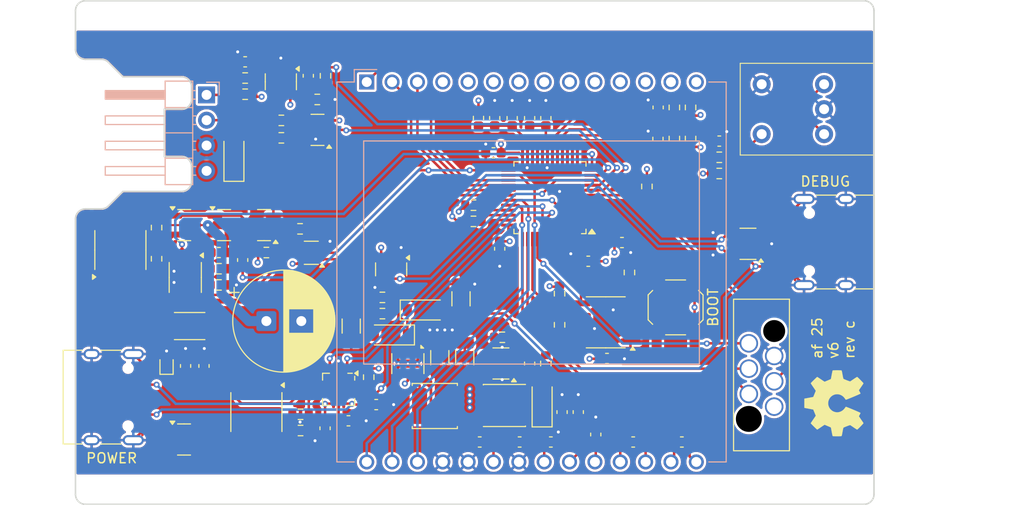
<source format=kicad_pcb>
(kicad_pcb (version 20241229) (generator "pcbnew") (generator_version "9.0")
  (title_block (title "loeti v6") (date "2025-07-01") (rev "c") (company "elagil") (comment 1 "Fits Hammond mfg. case 1455C801/1455C802") (comment 2 "USB impedance matched for substrate: JLC04161H-7628"))
  (layers (0 "F.Cu" mixed) (4 "In1.Cu" power) (6 "In2.Cu" power) (2 "B.Cu" mixed) (13 "F.Paste" user) (15 "B.Paste" user) (5 "F.SilkS" user "F.Silkscreen") (7 "B.SilkS" user "B.Silkscreen") (1 "F.Mask" user) (3 "B.Mask" user) (25 "Edge.Cuts" user))
  (net 0 "")
  (net 1 "+3V3")
  (net 2 "GND")
  (net 3 "VDC")
  (net 4 "Net-(D3-COM)")
  (net 5 "/ADC1_IN4")
  (net 6 "Net-(U7--)")
  (net 7 "Net-(U7-+)")
  (net 9 "Net-(D7-K)")
  (net 10 "Net-(J2-D+-PadA6)")
  (net 13 "/UCPD_CC1")
  (net 14 "Net-(Q1-G)")
  (net 15 "Net-(Q2-B)")
  (net 16 "/UCPD_CC2")
  (net 17 "Net-(Q3-G)")
  (net 18 "Net-(Q4-B)")
  (net 19 "/OLED_VCC")
  (net 20 "/SHUNT-")
  (net 21 "Net-(Q2-E)")
  (net 22 "Net-(U5-VBUS_CTRL)")
  (net 23 "Net-(U5-~{FLT})")
  (net 24 "Net-(R14-Pad2)")
  (net 26 "/_USB_D_N")
  (net 27 "/USB_D_N")
  (net 28 "/USB_D_P")
  (net 29 "/_USB_D_P")
  (net 30 "/NRST")
  (net 31 "/BOOT0")
  (net 33 "/SWO")
  (net 34 "/TMS")
  (net 35 "/OLED_D_C")
  (net 36 "Net-(J2-D--PadA7)")
  (net 37 "/TCK")
  (net 38 "/OLED_NRST")
  (net 40 "/I2C1_SDA")
  (net 41 "/I2C1_SCL")
  (net 42 "/ROT_A")
  (net 43 "/ROT_B")
  (net 44 "/ROT_SW")
  (net 45 "Net-(U2-C1P)")
  (net 46 "Net-(U2-C1N)")
  (net 47 "Net-(U2-C2P)")
  (net 48 "Net-(U2-C2N)")
  (net 49 "Net-(U2-VCOMH)")
  (net 61 "VBUS")
  (net 62 "/CC2")
  (net 63 "/CC1")
  (net 65 "/VREF+")
  (net 67 "/UCPD_DB")
  (net 68 "/ADC2_IN1")
  (net 69 "/SPI2_SCK")
  (net 70 "/SPI2_NSS")
  (net 71 "/SPI2_MOSI")
  (net 72 "/SPI2_MISO")
  (net 73 "/DAC1_OUT1")
  (net 75 "/CURR_ALERT")
  (net 77 "/ADC2_IN2")
  (net 79 "/ADC1_IN3")
  (net 82 "/TC+")
  (net 84 "/HEATER")
  (net 86 "/DET")
  (net 88 "/TIM1_CH1")
  (net 89 "/VDDA")
  (net 93 "+5VP")
  (net 94 "Net-(U9-SW)")
  (net 96 "Net-(R10-Pad2)")
  (net 98 "Net-(R11-Pad2)")
  (net 99 "Net-(R20-Pad1)")
  (net 100 "Net-(U8-OUT)")
  (net 102 "Net-(U10-FB)")
  (net 103 "Net-(D5-A)")
  (footprint "Diode_SMD:D_SOD-123" (layer "F.Cu") (at 122.75 87.25 90)
    (property "Reference" "D4" (hide yes))
    (property "Value" "B5819W SL")
  )
  (footprint "Package_TO_SOT_SMD:SOT-23" (layer "F.Cu") (at 125.767065 94 180)
    (property "Reference" "Q4" (hide yes))
    (property "Value" "BC817")
  )
  (footprint "Package_SO:SO-8_3.9x4.9mm_P1.27mm" (layer "F.Cu") (at 111.375 96.5 90)
    (property "Reference" "Q3" (hide yes))
    (property "Value" "Si4425FDY")
  )
  (footprint "Resistor_SMD:R_0603_1608Metric" (layer "F.Cu") (at 115 94.25 -90)
    (property "Reference" "R16" (hide yes))
    (property "Value" "1k")
  )
  (footprint "Resistor_SMD:R_2010_5025Metric" (layer "F.Cu") (at 118.3125 104.125 180)
    (property "Reference" "R27" (hide yes))
    (property "Value" "WSLP2010R0100FEA")
  )
  (footprint "Capacitor_THT:CP_Radial_D10.0mm_P3.50mm" (layer "F.Cu") (at 126 103.625)
    (property "Reference" "C23" (hide yes))
    (property "Value" "82u")
  )
  (footprint "Package_TO_SOT_SMD:SOT-23" (layer "F.Cu") (at 117.767065 94)
    (property "Reference" "Q2" (hide yes))
    (property "Value" "BC817")
  )
  (footprint "Package_TO_SOT_SMD:SOT-23" (layer "F.Cu") (at 121.767065 94)
    (property "Reference" "Q5" (hide yes))
    (property "Value" "BC807")
  )
  (footprint "Resistor_SMD:R_0603_1608Metric" (layer "F.Cu") (at 126 96.75 180)
    (property "Reference" "R30" (hide yes))
    (property "Value" "10k")
  )
  (footprint "Resistor_SMD:R_0603_1608Metric" (layer "F.Cu") (at 121.25 100 180)
    (property "Reference" "R29" (hide yes))
    (property "Value" "25k")
  )
  (footprint "Resistor_SMD:R_0603_1608Metric" (layer "F.Cu") (at 115 97.375 -90)
    (property "Reference" "R18" (hide yes))
    (property "Value" "1")
  )
  (footprint "Package_SO:VSSOP-8_3x3mm_P0.65mm" (layer "F.Cu") (at 117.875 99.25 -90)
    (property "Reference" "U8" (hide yes))
    (property "Value" "INA301A1")
  )
  (footprint "Package_TO_SOT_SMD:SOT-353_SC-70-5" (layer "F.Cu") (at 130.5 96.775 180)
    (property "Reference" "U6" (hide yes))
    (property "Value" "74AHC1G08")
  )
  (footprint "Resistor_SMD:R_0603_1608Metric" (layer "F.Cu") (at 129.375 94.375 180)
    (property "Reference" "R20" (hide yes))
    (property "Value" "1k")
  )
  (footprint "Capacitor_SMD:C_0603_1608Metric" (layer "F.Cu") (at 123.625 97.5 90)
    (property "Reference" "C30" (hide yes))
    (property "Value" "100n")
  )
  (footprint "Resistor_SMD:R_0603_1608Metric" (layer "F.Cu") (at 121.25 98.375 180)
    (property "Reference" "R28" (hide yes))
    (property "Value" "10k")
  )
  (footprint "Capacitor_SMD:C_0603_1608Metric" (layer "F.Cu") (at 165.25 82.2 90)
    (property "Reference" "C21" (hide yes))
    (property "Value" "100n")
  )
  (footprint "Capacitor_SMD:C_0603_1608Metric" (layer "F.Cu") (at 157.25 112.75 -90)
    (property "Reference" "C3" (hide yes))
    (property "Value" "1u")
  )
  (footprint "Capacitor_SMD:C_0603_1608Metric" (layer "F.Cu") (at 154.5 115.75 180)
    (property "Reference" "C10" (hide yes))
    (property "Value" "1u")
  )
  (footprint "Capacitor_SMD:C_0603_1608Metric" (layer "F.Cu") (at 119.75 108.125 -90)
    (property "Reference" "C28" (hide yes))
    (property "Value" "1u")
  )
  (footprint "Package_SON:WSON-10-1EP_2x3mm_P0.5mm_EP0.84x2.4mm_ThermalVias" (layer "F.Cu") (at 140.175 107.890661 -90)
    (property "Reference" "U9" (hide yes))
    (property "Value" "TPS62177DQC")
  )
  (footprint "Package_SO:SOIC-8_3.9x4.9mm_P1.27mm" (layer "F.Cu") (at 160 103.75 180)
    (property "Reference" "U3" (hide yes))
    (property "Value" "M24C64-RMN")
  )
  (footprint "Connector_USB:USB_C_Receptacle_HRO_TYPE-C-31-M-12" (layer "F.Cu") (at 183 95.695 90)
    (property "Reference" "J2" (hide yes))
    (property "Value" "DEBUG")
  )
  (footprint "Button_Switch_SMD:SW_SPST_TL3342" (layer "F.Cu") (at 167 102.25 90)
    (property "Reference" "SW1" (hide yes))
    (property "Value" "BOOT")
  )
  (footprint "Inductor_SMD:L_Abracon_ASPI-0425" (layer "F.Cu") (at 149.85 112.090661)
    (property "Reference" "L2" (hide yes))
    (property "Value" "LMDND4040WKT100MM")
  )
  (footprint "Diode_SMD:D_SOD-123" (layer "F.Cu") (at 138.475 105.015661 180)
    (property "Reference" "D7" (hide yes))
    (property "Value" "B5819W SL")
  )
  (footprint "Capacitor_SMD:C_0603_1608Metric" (layer "F.Cu") (at 149.375 96.375 -90)
    (property "Reference" "C16" (hide yes))
    (property "Value" "100n")
  )
  (footprint "Resistor_SMD:R_0603_1608Metric" (layer "F.Cu") (at 164.125 90.125 -90)
    (property "Reference" "R4" (hide yes))
    (property "Value" "10k")
  )
  (footprint "Resistor_SMD:R_0603_1608Metric" (layer "F.Cu") (at 168.5 85.325 90)
    (property "Reference" "R10" (hide yes))
    (property "Value" "10k")
  )
  (footprint "Capacitor_SMD:C_0603_1608Metric" (layer "F.Cu") (at 162.75 115.75 180)
    (property "Reference" "C8" (hide yes))
    (property "Value" "1u")
  )
  (footprint "Package_SO:SOIC-8_3.9x4.9mm_P1.27mm" (layer "F.Cu") (at 125 112.75 -90)
    (property "Reference" "Q1" (hide yes))
    (property "Value" "Si4162DY")
  )
  (footprint "Resistor_SMD:R_0603_1608Metric" (layer "F.Cu") (at 137.625 102.875)
    (property "Reference" "R24" (hide yes))
    (property "Value" "220k")
  )
  (footprint "Capacitor_SMD:C_0603_1608Metric" (layer "F.Cu") (at 158.25 97.625 180)
    (property "Reference" "C14" (hide yes))
    (property "Value" "100n")
  )
  (footprint "Capacitor_SMD:C_0603_1608Metric" (layer "F.Cu") (at 123.875 77.625 180)
    (property "Reference" "C27" (hide yes))
    (property "Value" "~")
  )
  (footprint "Resistor_SMD:R_0603_1608Metric" (layer "F.Cu") (at 129.425 112.975)
    (property "Reference" "R19" (hide yes))
    (property "Value" "620")
  )
  (footprint "Capacitor_SMD:C_0603_1608Metric" (layer "F.Cu") (at 161.625 95.75)
    (property "Reference" "C15" (hide yes))
    (property "Value" "100n")
  )
  (footprint "Capacitor_SMD:C_0603_1608Metric" (layer "F.Cu") (at 154 83.25 -90)
    (property "Reference" "C12" (hide yes))
    (property "Value" "100n")
  )
  (footprint "Capacitor_SMD:C_0603_1608Metric" (layer "F.Cu") (at 160.125 107.375)
    (property "Reference" "C1" (hide yes))
    (property "Value" "100n")
  )
  (footprint "Package_TO_SOT_SMD:SOT-23-6" (layer "F.Cu") (at 174.25 95.875 180)
    (property "Reference" "U1" (hide yes))
    (property "Value" "USBLC6-2SC6")
  )
  (footprint "Package_TO_SOT_SMD:SOT-23-5" (layer "F.Cu") (at 127.45 79.625 -90)
    (property "Reference" "U7" (hide yes))
    (property "Value" "TLV333-DBV")
  )
  (footprint "Capacitor_SMD:C_0603_1608Metric" (layer "F.Cu") (at 148.875 83.25 -90)
    (property "Reference" "C6" (hide yes))
    (property "Value" "1u")
  )
  (footprint "Resistor_SMD:R_0603_1608Metric" (layer "F.Cu") (at 123.875 80.875 180)
    (property "Reference" "R21" (hide yes))
    (property "Value" "1M")
  )
  (footprint "Capacitor_SMD:C_0603_1608Metric" (layer "F.Cu") (at 152.375 107.875 90)
    (property "Reference" "C35" (hide yes))
    (property "Value" "22p")
  )
  (footprint "Package_DFN_QFN:QFN-12-1EP_3x3mm_P0.51mm_EP1.45x1.45mm" (layer "F.Cu") (at 133.24 110.46875 -90)
    (property "Reference" "U5" (hide yes))
    (property "Value" "TCPP01-M12")
  )
  (footprint "Capacitor_SMD:C_0603_1608Metric" (layer "F.Cu") (at 131.88 114.375 -90)
    (property "Reference" "C19" (hide yes))
    (property "Value" "330p")
  )
  (footprint "Resistor_SMD:R_0603_1608Metric" (layer "F.Cu") (at 166.875 82.2 90)
    (property "Reference" "R14" (hide yes))
    (property "Value" "10k")
  )
  (footprint "Resistor_SMD:R_0603_1608Metric" (layer "F.Cu") (at 162.375 98.75 -90)
    (property "Reference" "R6" (hide yes))
    (property "Value" "10k")
  )
  (footprint "Resistor_SMD:R_0603_1608Metric" (layer "F.Cu") (at 154 107.875 90)
    (property "Reference" "R32" (hide yes))
    (property "Value" "2M")
  )
  (footprint "Rotary_Encoder:RotaryEncoder_Bourns_Horizontal_PEC09-2xxxF-Sxxxx" (layer "F.Cu") (at 181.875 84.875)
    (property "Reference" "SW2" (hide yes))
    (property "Value" "RotaryEncoder_Switch")
  )
  (footprint "Resistor_SMD:R_0603_1608Metric" (layer "F.Cu") (at 131.1 81.4)
    (property "Reference" "R25" (hide yes))
    (property "Value" "1k")
  )
  (footprint "Resistor_SMD:R_0603_1608Metric" (layer "F.Cu") (at 171.375 87.2)
    (property "Reference" "R13" (hide yes))
    (property "Value" "10k")
  )
  (footprint "Capacitor_SMD:C_0603_1608Metric" (layer "F.Cu") (at 159 115 -90)
    (property "Reference" "C4" (hide yes))
    (property "Value" "100n")
  )
  (footprint "Package_TO_SOT_SMD:SOT-23-5" (layer "F.Cu") (at 149.5 107.875 180)
    (property "Reference" "U10" (hide yes))
    (property "Value" "TPS61040DBV")
  )
  (footprint "Capacitor_SMD:C_0603_1608Metric" (layer "F.Cu") (at 151.375 115.75)
    (property "Reference" "C11" (hide yes))
    (property "Value" "1u")
  )
  (footprint "Inductor_SMD:L_0603_1608Metric" (layer "F.Cu") (at 147.25 83.25 -90)
    (property "Reference" "FB1" (hide yes))
    (property "Value" "600@100MHz")
  )
  (footprint "Resistor_SMD:R_0603_1608Metric" (layer "F.Cu") (at 146.75 92)
    (property "Reference" "R1" (hide yes))
    (property "Value" "33")
  )
  (footprint "Package_TO_SOT_SMD:SOT-23" (layer "F.Cu") (at 131.125 84.45 180)
    (property "Reference" "D1" (hide yes))
    (property "Value" "BAT54S")
  )
  (footprint "Resistor_SMD:R_0603_1608Metric" (layer "F.Cu") (at 166.875 85.325 -90)
    (property "Reference" "R12" (hide yes))
    (property "Value" "10k")
  )
  (footprint "Resistor_SMD:R_0603_1608Metric" (layer "F.Cu") (at 136.255 109.25 -90)
    (property "Reference" "R17" (hide yes))
    (property "Value" "10k")
  )
  (footprint "connectors-debug:WR-WST REDFIT IDC 6 DBG" (layer "F.Cu") (at 175.605 109.03 -90)
    (property "Reference" "J1" (hide yes))
    (property "Value" "REDFIT_SWD_6")
  )
  (footprint "Capacitor_SMD:C_0603_1608Metric" (layer "F.Cu") (at 137.005 112)
    (property "Reference" "C18" (hide yes))
    (property "Value" "330p")
  )
  (footprint "Capacitor_SMD:C_0603_1608Metric" (layer "F.Cu") (at 150.625 83.25 90)
    (property "Reference" "C7" (hide yes))
    (property "Value" "100n")
  )
  (footprint "Package_TO_SOT_SMD:SOT-23" (layer "F.Cu") (at 138.5 98.4375 -90)
    (property "Reference" "D6" (hide yes))
    (property "Value" "BAT54S")
  )
  (footprint "Resistor_SMD:R_0603_1608Metric" (layer "F.Cu") (at 146.75 93.625)
    (property "Reference" "R2" (hide yes))
    (property "Value" "33")
  )
  (footprint "Diode_SMD:D_SOD-123" (layer "F.Cu") (at 141.775 102.515661)
    (property "Reference" "D8" (hide yes))
    (property "Value" "B5819W SL")
  )
  (footprint "Capacitor_SMD:C_0603_1608Metric" (layer "F.Cu") (at 171.375 85.575)
    (property "Reference" "C22" (hide yes))
    (property "Value" "100n")
  )
  (footprint "Capacitor_SMD:C_0603_1608Metric" (layer "F.Cu") (at 147.375 115.75)
    (property "Reference" "C5" (hide yes))
    (property "Value" "100n")
  )
  (footprint "Resistor_SMD:R_0603_1608Metric" (layer "F.Cu") (at 127.5 83.5 180)
    (property "Reference" "R7" (hide yes))
    (property "Value" "10k")
  )
  (footprint "Resistor_SMD:R_0603_1608Metric" (layer "F.Cu") (at 127.5 85.25)
    (property "Reference" "R8" (hide yes))
    (property "Value" "10k")
  )
  (footprint "Resistor_SMD:R_0603_1608Metric" (layer "F.Cu") (at 131.925 79.025 -90)
    (property "Reference" "R23" (hide yes))
    (property "Value" "220k")
  )
  (footprint "Resistor_SMD:R_0603_1608Metric" (layer "F.Cu") (at 123.875 79.25)
    (property "Reference" "R22" (hide yes))
    (property "Value" "10k")
  )
  (footprint "Capacitor_SMD:C_1206_3216Metric" (layer "F.Cu") (at 145.5 101.390661 90)
    (property "Reference" "C34" (hide yes))
    (property "Value" "10u")
  )
  (footprint "Connector_USB:USB_C_Receptacle_HRO_TYPE-C-31-M-12" (layer "F.Cu") (at 109.54 111.25 -90)
    (property "Reference" "J3" (hide yes))
    (property "Value" "POWER")
  )
  (footprint "Resistor_SMD:R_0603_1608Metric" (layer "F.Cu") (at 155.375 100.875 90)
    (property "Reference" "R5" (hide yes))
    (property "Value" "10k")
  )
  (footprint "Diode_SMD:ST_QFN-2L_1.6x1.0mm" (layer "F.Cu") (at 116 108 90)
    (property "Reference" "D2" (hide yes))
    (property "Value" "ESDA25P35-1U1M")
  )
  (footprint "Resistor_SMD:R_0603_1608Metric" (layer "F.Cu") (at 171.375 88.825)
    (property "Reference" "R11" (hide yes))
    (property "Value" "10k")
  )
  (footprint "Resistor_SMD:R_0603_1608Metric" (layer "F.Cu") (at 149.6375 105.25 180)
    (property "Reference" "R31" (hide yes))
    (property "Value" "220k")
  )
  (footprint "Package_QFP:LQFP-48_7x7mm_P0.5mm" (layer "F.Cu") (at 154.4125 91.25 180)
    (property "Reference" "U4" (hide yes))
    (property "Value" "STM32G431CBTx")
  )
  (footprint "Symbol:OSHW-Symbol_6.7x6mm_SilkScreen" (layer "F.Cu") (at 182.875 111.875 90)
    (property "Reference" "oshw1" (hide yes))
    (property "Value" "Logo_Open_Hardware_Large" (hide yes))
  )
  (footprint "Capacitor_SMD:C_1206_3216Metric" (layer "F.Cu") (at 143.375 107.290661 90)
    (property "Reference" "C32" (hide yes))
    (property "Value" "10u")
  )
  (footprint "Capacitor_SMD:C_0603_1608Metric" (layer "F.Cu") (at 167.625 115.75)
    (property "Reference" "C9" (hide yes))
    (property "Value" "1u")
  )
  (footprint "Resistor_SMD:R_0603_1608Metric" (layer "F.Cu") (at 129.425 114.6 180)
    (property "Reference" "R15" (hide yes))
    (property "Value" "10k")
  )
  (footprint "Capacitor_SMD:C_0603_1608Metric" (layer "F.Cu") (at 121.25 96.75)
    (property "Reference" "C31" (hide yes))
    (property "Value" "100n")
  )
  (footprint "Capacitor_SMD:C_1206_3216Metric" (layer "F.Cu") (at 134.5 104.125 -90)
    (property "Reference" "C24" (hide yes))
    (property "Value" "10u")
  )
  (footprint "Resistor_SMD:R_0603_1608Metric" (layer "F.Cu") (at 155.375 104 -90)
    (property "Reference" "R3" (hide yes))
    (property "Value" "10k")
  )
  (footprint "Diode_SMD:D_SOD-123" (layer "F.Cu") (at 153.625 111.875 90)
    (property "Reference" "D5" (hide yes))
    (property "Value" "B5819W SL")
  )
  (footprint "Capacitor_SMD:C_0603_1608Metric" (layer "F.Cu") (at 134.225 113.625 180)
    (property "Reference" "C25" (hide yes))
    (property "Value" "100n")
  )
  (footprint "Resistor_SMD:R_0603_1608Metric" (layer "F.Cu") (at 168.5 82.2 90)
    (property "Reference" "R9" (hide yes))
    (property "Value" "10k")
  )
  (footprint "Capacitor_SMD:C_0603_1608Metric" (layer "F.Cu") (at 152.375 83.25 -90)
    (property "Reference" "C13" (hide yes))
    (property "Value" "1u")
  )
  (footprint "Capacitor_SMD:C_0603_1608Metric" (layer "F.Cu") (at 155.625 112.75 -90)
    (property "Reference" "C2" (hide yes))
    (property "Value" "1u")
  )
  (footprint "Capacitor_SMD:C_1206_3216Metric" (layer "F.Cu") (at 145.875 107.290661 90)
    (property "Reference" "C33" (hide yes))
    (property "Value" "10u")
  )
  (footprint "Capacitor_SMD:C_0603_1608Metric" (layer "F.Cu") (at 148.75 86.75 180)
    (property "Reference" "C17" (hide yes))
    (property "Value" "100n")
  )
  (footprint "Capacitor_SMD:C_0603_1608Metric" (layer "F.Cu") (at 130.2 79.025 -90)
    (property "Reference" "C26" (hide yes))
    (property "Value" "330p")
  )
  (footprint "Capacitor_SMD:C_0603_1608Metric" (layer "F.Cu") (at 165.23 85.325 90)
    (property "Reference" "C20" (hide yes))
    (property "Value" "100n")
  )
  (footprint "Resistor_SMD:R_0603_1608Metric" (layer "F.Cu") (at 137.625 101.25)
    (property "Reference" "R26" (hide yes))
    (property "Value" "33k")
  )
  (footprint "Package_TO_SOT_SMD:SOT-23" (layer "F.Cu") (at 117.75 115.5)
    (property "Reference" "D3" (hide yes))
    (property "Value" "BAT54S")
  )
  (footprint "Inductor_SMD:L_Abracon_ASPI-0425" (layer "F.Cu") (at 142.875 112.140661)
    (property "Reference" "L1" (hide yes))
    (property "Value" "LMDND4040WKT100MM")
  )
  (footprint "Capacitor_SMD:C_0603_1608Metric" (layer "F.Cu") (at 117.905 108.125 -90)
    (property "Reference" "C29" (hide yes))
    (property "Value" "1u")
  )
  (footprint "Connector_PinHeader_2.54mm:PinHeader_1x04_P2.54mm_Horizontal" (layer "B.Cu") (at 120.01 80.94 180)
    (property "Reference" "J4" (hide yes))
    (property "Value" "Conn_01x04_Pin")
  )
  (footprint "display-visions:EA_OLEDS102-6" (layer "B.Cu") (at 152.565 98.7 -90)
    (property "Reference" "U2" (hide yes))
    (property "Value" "EA_OLEDS102-6")
  )
  (gr_line (start 106.875 93.375) (end 106.875 121) (stroke (width 0.15)) (layer "Edge.Cuts"))
  (gr_line (start 115.775 87.125) (end 117.5 87.125) (stroke (width 0.15)) (layer "Edge.Cuts"))
  (gr_line (start 118.5 80.125) (end 118.5 81.375) (stroke (width 0.15)) (layer "Edge.Cuts"))
  (gr_line (start 106.875 72.5) (end 106.875 76.375) (stroke (width 0.15)) (layer "Edge.Cuts"))
  (gr_line (start 186.875 121) (end 186.875 72.5) (stroke (width 0.15)) (layer "Edge.Cuts"))
  (gr_arc (start 118.5 81.375) (mid 118.207107 82.082107) (end 117.5 82.375) (stroke (width 0.15)) (layer "Edge.Cuts"))
  (gr_line (start 118.5 88.125) (end 118.5 89.625) (stroke (width 0.15)) (layer "Edge.Cuts"))
  (gr_arc (start 185.875 71.5) (mid 186.582107 71.792893) (end 186.875 72.5) (stroke (width 0.15)) (layer "Edge.Cuts"))
  (gr_line (start 107.875 77.375) (end 109.460786 77.375) (stroke (width 0.15)) (layer "Edge.Cuts"))
  (gr_line (start 111.625 90.625) (end 110.167893 92.082107) (stroke (width 0.15)) (layer "Edge.Cuts"))
  (gr_line (start 185.875 71.5) (end 107.875 71.5) (stroke (width 0.15)) (layer "Edge.Cuts"))
  (gr_arc (start 117.5 87.125) (mid 118.207107 87.417893) (end 118.5 88.125) (stroke (width 0.15)) (layer "Edge.Cuts"))
  (gr_arc (start 186.875 121) (mid 186.582107 121.707107) (end 185.875 122) (stroke (width 0.15)) (layer "Edge.Cuts"))
  (gr_arc (start 107.875 122) (mid 107.167893 121.707107) (end 106.875 121) (stroke (width 0.15)) (layer "Edge.Cuts"))
  (gr_arc (start 118.5 89.625) (mid 118.207107 90.332107) (end 117.5 90.625) (stroke (width 0.15)) (layer "Edge.Cuts"))
  (gr_line (start 117.5 82.375) (end 115.775 82.375) (stroke (width 0.15)) (layer "Edge.Cuts"))
  (gr_arc (start 107.875 77.375) (mid 107.167893 77.082107) (end 106.875 76.375) (stroke (width 0.15)) (layer "Edge.Cuts"))
  (gr_arc (start 110.167893 92.082107) (mid 109.843469 92.298875) (end 109.460786 92.375) (stroke (width 0.15)) (layer "Edge.Cuts"))
  (gr_arc (start 106.875 93.375) (mid 107.167893 92.667893) (end 107.875 92.375) (stroke (width 0.15)) (layer "Edge.Cuts"))
  (gr_arc (start 109.460786 77.375) (mid 109.843469 77.45112) (end 110.167893 77.667893) (stroke (width 0.15)) (layer "Edge.Cuts"))
  (gr_line (start 117.5 90.625) (end 111.625 90.625) (stroke (width 0.15)) (layer "Edge.Cuts"))
  (gr_line (start 107.875 122) (end 185.875 122) (stroke (width 0.15)) (layer "Edge.Cuts"))
  (gr_arc (start 117.5 79.125) (mid 118.207107 79.417893) (end 118.5 80.125) (stroke (width 0.15)) (layer "Edge.Cuts"))
  (gr_line (start 107.875 92.375) (end 109.460786 92.375) (stroke (width 0.15)) (layer "Edge.Cuts"))
  (gr_line (start 111.625 79.125) (end 110.167893 77.667893) (stroke (width 0.15)) (layer "Edge.Cuts"))
  (gr_arc (start 106.875 72.5) (mid 107.167893 71.792893) (end 107.875 71.5) (stroke (width 0.15)) (layer "Edge.Cuts"))
  (gr_line (start 115.775 82.375) (end 115.775 87.125) (stroke (width 0.15)) (layer "Edge.Cuts"))
  (gr_line (start 117.5 79.125) (end 111.625 79.125) (stroke (width 0.15)) (layer "Edge.Cuts"))
  (gr_text "af 25\nv6\nrev c" (at 185 107.5 90) (layer "F.SilkS") (effects (font (size 1 1)) (justify left bottom)))
  (segment (start 158.665 116.11) (end 159 115.775) (width 0.25) (layer "F.Cu") (net 1))
  (segment (start 168.9 99.1) (end 168.9 102.25) (width 0.25) (layer "F.Cu") (net 1))
  (segment (start 120.0875 97.1375) (end 120.475 96.75) (width 0.25) (layer "F.Cu") (net 1))
  (segment (start 160 97.625) (end 159.025 97.625) (width 0.25) (layer "F.Cu") (net 1))
  (segment (start 158.575 94.7) (end 159.625 95.75) (width 0.25) (layer "F.Cu") (net 1))
  (segment (start 118.85 97.1375) (end 120.0875 97.1375) (width 0.25) (layer "F.Cu") (net 1))
  (segment (start 159.025 96.525) (end 157.9125 95.4125) (width 0.25) (layer "F.Cu") (net 1))
  (segment (start 158.83 105.705) (end 157.475 105.705) (width 0.25) (layer "F.Cu") (net 1))
  (segment (start 168.5 83.025) (end 169.425 83.025) (width 0.25) (layer "F.Cu") (net 1))
  (segment (start 159.025 97.625) (end 159.025 96.525) (width 0.25) (layer "F.Cu") (net 1))
  (segment (start 141.175 108.890661) (end 143.25 108.890661) (width 0.25) (layer "F.Cu") (net 1))
  (segment (start 164.125 89.3) (end 164.125 88.375) (width 0.25) (layer "F.Cu") (net 1))
  (segment (start 136.255 108.425) (end 135.55 108.425) (width 0.25) (layer "F.Cu") (net 1))
  (segment (start 139.875 109.890661) (end 140.175 109.590661) (width 0.25) (layer "F.Cu") (net 1))
  (segment (start 148.15 115.75) (end 148.755 116.355) (width 0.25) (layer "F.Cu") (net 1))
  (segment (start 159.35 106.225) (end 158.83 105.705) (width 0.25) (layer "F.Cu") (net 1))
  (segment (start 158.915 117.625) (end 159 117.54) (width 0.25) (layer "F.Cu") (net 1))
  (segment (start 155.25 100.175) (end 154.425 100.175) (width 0.25) (layer "F.Cu") (net 1))
  (segment (start 155.375 100.05) (end 155.25 100.175) (width 0.25) (layer "F.Cu") (net 1))
  (segment (start 158.375 107.405) (end 159.32 107.405) (width 0.25) (layer "F.Cu") (net 1))
  (segment (start 149.525 85.9) (end 149.525 86.6) (width 0.25) (layer "F.Cu") (net 1))
  (segment (start 128.525 83.5) (end 133.3125 83.5) (width 0.25) (layer "F.Cu") (net 1))
  (segment (start 150.25 94.725) (end 150.25 94) (width 0.25) (layer "F.Cu") (net 1))
  (segment (start 133.3125 83.5) (end 132.0625 83.5) (width 0.25) (layer "F.Cu") (net 1))
  (segment (start 125.125 97.75) (end 125.175 97.7) (width 0.25) (layer "F.Cu") (net 1))
  (segment (start 157.9125 95.4125) (end 157.1625 95.4125) (width 0.25) (layer "F.Cu") (net 1))
  (segment (start 128.625 97.875) (end 129.1 97.875) (width 0.25) (layer "F.Cu") (net 1))
  (segment (start 169.425 83.025) (end 169.5 82.95) (width 0.25) (layer "F.Cu") (net 1))
  (segment (start 156.205 105.655) (end 155.375 104.825) (width 0.25) (layer "F.Cu") (net 1))
  (segment (start 168.9 102.25) (end 168.9 105.4) (width 0.25) (layer "F.Cu") (net 1))
  (segment (start 150.375 95.625) (end 149.4 95.625) (width 0.25) (layer "F.Cu") (net 1))
  (segment (start 125.175 97.7) (end 125.175 96.75) (width 0.25) (layer "F.Cu") (net 1))
  (segment (start 169.45 86.15) (end 169.5 86.2) (width 0.25) (layer "F.Cu") (net 1))
  (segment (start 140.175 109.590661) (end 140.175 108.890661) (width 0.25) (layer "F.Cu") (net 1))
  (segment (start 170.55 88.825) (end 169.75 88.825) (width 0.25) (layer "F.Cu") (net 1))
  (segment (start 158.575 94) (end 158.575 94.7) (width 0.25) (layer "F.Cu") (net 1))
  (segment (start 157.525 105.655) (end 156.205 105.655) (width 0.25) (layer "F.Cu") (net 1))
  (segment (start 147.25 81.5) (end 147.25 82.4625) (width 0.25) (layer "F.Cu") (net 1))
  (segment (start 148.755 116.355) (end 148.755 117.75) (width 0.25) (layer "F.Cu") (net 1))
  (segment (start 149.375 95.6) (end 150.25 94.725) (width 0.25) (layer "F.Cu") (net 1))
  (segment (start 125.525 81.125) (end 124.95 81.125) (width 0.25) (layer "F.Cu") (net 1))
  (segment (start 160.875 96.75) (end 160.875 95.775) (width 0.25) (layer "F.Cu") (net 1))
  (segment (start 149.5 85.875) (end 149.525 85.9) (width 0.25) (layer "F.Cu") (net 1))
  (segment (start 149.525 86.75) (end 151.325 86.75) (width 0.25) (layer "F.Cu") (net 1))
  (segment (start 154.425 100.175) (end 154.375 100.125) (width 0.25) (layer "F.Cu") (net 1))
  (segment (start 137.5 97.45) (end 137.55 97.5) (width 0.25) (layer "F.Cu") (net 1))
  (segment (start 137.5 96.25) (end 137.5 97.45) (width 0.25) (layer "F.Cu") (net 1))
  (segment (start 129.1 97.875) (end 129.55 97.425) (width 0.25) (layer "F.Cu") (net 1))
  (segment (start 135.55 108.425) (end 134.6775 109.2975) (width 0.25) (layer "F.Cu") (net 1))
  (segment (start 137.25 108.375) (end 136.305 108.375) (width 0.25) (layer "F.Cu") (net 1))
  (segment (start 159 117.54) (end 159 115.775) (width 0.25) (layer "F.Cu") (net 1))
  (segment (start 134.6775 109.2975) (end 134.6775 109.95875) (width 0.25) (layer "F.Cu") (net 1))
  (segment (start 159.625 95.75) (end 160.85 95.75) (width 0.25) (layer "F.Cu") (net 1))
  (segment (start 119.5 97.1375) (end 120.0875 97.1375) (width 0.25) (layer "F.Cu") (net 1))
  (segment (start 168.5 86.15) (end 169.45 86.15) (width 0.25) (layer "F.Cu") (net 1))
  (segment (start 151.325 86.75) (end 151.6625 87.0875) (width 0.25) (layer "F.Cu") (net 1))
  (segment (start 159.35 107.375) (end 159.35 106.225) (width 0.25) (layer "F.Cu") (net 1))
  (segment (start 128.4 81.925) (end 128.4 80.7625) (width 0.25) (layer "F.Cu") (net 1))
  (via (at 169.75 88.825) (size 0.6) (drill 0.3) (layers "F.Cu" "B.Cu") (net 1))
  (via (at 146.375 111.040661) (size 0.6) (drill 0.3) (layers "F.Cu" "B.Cu") (net 1))
  (via (at 146.375 112.290661) (size 0.6) (drill 0.3) (layers "F.Cu" "B.Cu") (net 1))
  (via (at 147.25 81.5) (size 0.6) (drill 0.3) (layers "F.Cu" "B.Cu") (net 1))
  (via (at 149.5 85.875) (size 0.6) (drill 0.3) (layers "F.Cu" "B.Cu") (net 1))
  (via (at 137.25 108.375) (size 0.6) (drill 0.3) (layers "F.Cu" "B.Cu") (net 1))
  (via (at 164.125 88.375) (size 0.6) (drill 0.3) (layers "F.Cu" "B.Cu") (net 1))
  (via (at 168.9 102.25) (size 0.6) (drill 0.3) (layers "F.Cu" "B.Cu") (net 1))
  (via (at 160.875 96.75) (size 0.6) (drill 0.3) (layers "F.Cu" "B.Cu") (net 1))
  (via (at 128.625 97.875) (size 0.6) (drill 0.3) (layers "F.Cu" "B.Cu") (net 1))
  (via (at 146.375 110.415661) (size 0.6) (drill 0.3) (layers "F.Cu" "B.Cu") (net 1))
  (via (at 160 97.625) (size 0.6) (drill 0.3) (layers "F.Cu" "B.Cu") (net 1))
  (via (at 139.875 109.890661) (size 0.6) (drill 0.3) (layers "F.Cu" "B.Cu") (net 1))
  (via (at 137.5 96.25) (size 0.6) (drill 0.3) (layers "F.Cu" "B.Cu") (net 1))
  (via (at 146.375 111.665661) (size 0.6) (drill 0.3) (layers "F.Cu" "B.Cu") (net 1))
  (via (at 154.375 100.125) (size 0.6) (drill 0.3) (layers "F.Cu" "B.Cu") (net 1))
  (via (at 125.525 81.125) (size 0.6) (drill 0.3) (layers "F.Cu" "B.Cu") (net 1))
  (via (at 125.125 97.75) (size 0.6) (drill 0.3) (layers "F.Cu" "B.Cu") (net 1))
  (via (at 150.375 95.625) (size 0.6) (drill 0.3) (layers "F.Cu" "B.Cu") (net 1))
  (via (at 169.5 86.2) (size 0.6) (drill 0.3) (layers "F.Cu" "B.Cu") (net 1))
  (via (at 128.4 81.925) (size 0.6) (drill 0.3) (layers "F.Cu" "B.Cu") (net 1))
  (via (at 169.5 82.95) (size 0.6) (drill 0.3) (layers "F.Cu" "B.Cu") (net 1))
  (via (at 133.3125 83.5) (size 0.6) (drill 0.3) (layers "F.Cu" "B.Cu") (net 1))
  (via (at 158.375 107.405) (size 0.6) (drill 0.3) (layers "F.Cu" "B.Cu") (net 1))
  (segment (start 113.585 114.655) (end 112.67 115.57) (width 0.25) (layer "F.Cu") (net 2))
  (segment (start 139.175 106.890661) (end 139.175 107.840661) (width 0.25) (layer "F.Cu") (net 2))
  (segment (start 141.175 106.890661) (end 141.175 107.840661) (width 0.25) (layer "F.Cu") (net 2))
  (segment (start 178.955 92.29) (end 179.87 91.375) (width 0.25) (layer "F.Cu") (net 2))
  (segment (start 178.955 92.445) (end 178.955 92.29) (width 0.25) (layer "F.Cu") (net 2))
  (segment (start 113.585 114.5) (end 113.585 114.655) (width 0.25) (layer "F.Cu") (net 2))
  (segment (start 133.225 107.625) (end 133.24 107.64) (width 0.25) (layer "F.Cu") (net 2))
  (segment (start 133.24 107.64) (end 133.24 109.03125) (width 0.25) (layer "F.Cu") (net 2))
  (segment (start 178.955 98.945) (end 178.955 99.1) (width 0.25) (layer "F.Cu") (net 2))
  (segment (start 148.625 94) (end 149.125 93.5) (width 0.25) (layer "F.Cu") (net 2))
  (segment (start 133.24 109.03125) (end 133.24 110.46875) (width 0.25) (layer "F.Cu") (net 2))
  (segment (start 139.175 108.890661) (end 139.175 107.940661) (width 0.25) (layer "F.Cu") (net 2))
  (segment (start 139.675 107.390661) (end 140.175 107.890661) (width 0.25) (layer "F.Cu") (net 2))
  (segment (start 175.3875 95.875) (end 176.625 95.875) (width 0.25) (layer "F.Cu") (net 2))
  (segment (start 113.585 107.845) (end 112.67 106.93) (width 0.25) (layer "F.Cu") (net 2))
  (segment (start 139.675 106.890661) (end 139.675 107.390661) (width 0.25) (layer "F.Cu") (net 2))
  (segment (start 150.25 93.5) (end 149.125 93.5) (width 0.25) (layer "F.Cu") (net 2))
  (segment (start 145.5 99.915661) (end 146.875 99.915661) (width 0.25) (layer "F.Cu") (net 2))
  (segment (start 113.585 108) (end 113.585 107.845) (width 0.25) (layer "F.Cu") (net 2))
  (segment (start 178.955 99.1) (end 179.87 100.015) (width 0.25) (layer "F.Cu") (net 2))
  (via (at 154.125 88.25) (size 0.6) (drill 0.3) (layers "F.Cu" "B.Cu") (net 2))
  (via (at 155.25 114.75) (size 0.6) (drill 0.3) (layers "F.Cu" "B.Cu") (net 2))
  (via (at 143.125 104.515661) (size 0.6) (drill 0.3) (layers "F.Cu" "B.Cu") (net 2))
  (via (at 147.975 85.875) (size 0.6) (drill 0.3) (layers "F.Cu" "B.Cu") (net 2))
  (via (at 160.75 102.5) (size 0.6) (drill 0.3) (layers "F.Cu" "B.Cu") (net 2))
  (via (at 161.875 107.405) (size 0.6) (drill 0.3) (layers "F.Cu" "B.Cu") (net 2))
  (via (at 164.25 84.575) (size 0.6) (drill 0.3) (layers "F.Cu" "B.Cu") (net 2))
  (via (at 133.225 107.625) (size 0.6) (drill 0.3) (layers "F.Cu" "B.Cu") (net 2))
  (via (at 143.875 104.515661) (size 0.6) (drill 0.3) (layers "F.Cu" "B.Cu") (net 2))
  (via (at 127.45 77.25) (size 0.6) (drill 0.3) (layers "F.Cu" "B.Cu") (net 2))
  (via (at 119.78 106.375) (size 0.6) (drill 0.3) (layers "F.Cu" "B.Cu") (net 2))
  (via (at 176.625 95.875) (size 0.6) (drill 0.3) (layers "F.Cu" "B.Cu") (net 2))
  (via (at 164.25 81.45) (size 0.6) (drill 0.3) (layers "F.Cu" "B.Cu") (net 2))
  (via (at 138.75 112) (size 0.6) (drill 0.3) (layers "F.Cu" "B.Cu") (net 2))
  (via (at 116.75 99.75) (size 0.6) (drill 0.3) (layers "F.Cu" "B.Cu") (net 2))
  (via (at 156.5 96.875) (size 0.6) (drill 0.3) (layers "F.Cu" "B.Cu") (net 2))
  (via (at 130.875 115.625) (size 0.6) (drill 0.3) (layers "F.Cu" "B.Cu") (net 2))
  (via (at 132.375 95.625) (size 0.6) (drill 0.3) (layers "F.Cu" "B.Cu") (net 2))
  (via (at 116.75 98.625) (size 0.6) (drill 0.3) (layers "F.Cu" "B.Cu") (net 2))
  (via (at 149.375 98.125) (size 0.6) (drill 0.3) (layers "F.Cu" "B.Cu") (net 2))
  (via (at 129.375 113.75) (size 0.6) (drill 0.3) (layers "F.Cu" "B.Cu") (net 2))
  (via (at 123 100) (size 0.6) (drill 0.3) (layers "F.Cu" "B.Cu") (net 2))
  (via (at 139.5 96.25) (size 0.6) (drill 0.3) (layers "F.Cu" "B.Cu") (net 2))
  (via (at 136 113.625) (size 0.6) (drill 0.3) (layers "F.Cu" "B.Cu") (net 2))
  (via (at 132.875 81.4) (size 0.6) (drill 0.3) (layers "F.Cu" "B.Cu") (net 2))
  (via (at 149.625 109.5) (size 0.6) (drill 0.3) (layers "F.Cu" "B.Cu") (net 2))
  (via (at 148.875 81.5) (size 0.6) (drill 0.3) (layers "F.Cu" "B.Cu") (net 2))
  (via (at 170.75 97) (size 0.6) (drill 0.3) (layers "F.Cu" "B.Cu") (net 2))
  (via (at 155.375 90.625) (size 0.6) (drill 0.3) (layers "F.Cu" "B.Cu") (net 2))
  (via (at 144.625 104.515661) (size 0.6) (drill 0.3) (layers "F.Cu" "B.Cu") (net 2))
  (via (at 117.905 106.375) (size 0.6) (drill 0.3) (layers "F.Cu" "B.Cu") (net 2))
  (via (at 152.375 81.5) (size 0.6) (drill 0.3) (layers "F.Cu" "B.Cu") (net 2))
  (via (at 142.375 104.515661) (size 0.6) (drill 0.3) (layers "F.Cu" "B.Cu") (net 2))
  (via (at 170.75 94.75) (size 0.6) (drill 0.3) (layers "F.Cu" "B.Cu") (net 2))
  (via (at 116 106.625) (size 0.6) (drill 0.3) (layers "F.Cu" "B.Cu") (net 2))
  (via (at 154 81.5) (size 0.6) (drill 0.3) (layers "F.Cu" "B.Cu") (net 2))
  (via (at 123.125 76.625) (size 0.6) (drill 0.3) (layers "F.Cu" "B.Cu") (net 2))
  (via (at 146.875 99.915661) (size 0.6) (drill 0.3) (layers "F.Cu" "B.Cu") (net 2))
  (via (at 155.625 111) (size 0.6) (drill 0.3) (layers "F.Cu" "B.Cu") (net 2))
  (via (at 162.5 96.75) (size 0.6) (drill 0.3) (layers "F.Cu" "B.Cu") (net 2))
  (via (at 159 113.25) (size 0.6) (drill 0.3) (layers "F.Cu" "B.Cu") (net 2))
  (via (at 149.625 106.25) (size 0.6) (drill 0.3) (layers "F.Cu" "B.Cu") (net 2))
  (via (at 136.875 100.25) (size 0.6) (drill 0.3) (layers "F.Cu" "B.Cu") (net 2))
  (via (at 130.9375 85.375) (size 0.6) (drill 0.3) (layers "F.Cu" "B.Cu") (net 2))
  (via (at 157.25 111) (size 0.6) (drill 0.3) (layers "F.Cu" "B.Cu") (net 2))
  (via (at 152.125 88.25) (size 0.6) (drill 0.3) (layers "F.Cu" "B.Cu") (net 2))
  (via (at 150.625 81.5) (size 0.6) (drill 0.3) (layers "F.Cu" "B.Cu") (net 2))
  (via (at 172.125 84.625) (size 0.6) (drill 0.3) (layers "F.Cu" "B.Cu") (net 2))
  (via (at 158.875 104.375) (size 0.6) (drill 0.3) (layers "F.Cu" "B.Cu") (net 2))
  (segment (start 133.375 101.525) (end 128.1 101.525) (width 1) (layer "F.Cu") (net 3))
  (segment (start 134.725 102.875) (end 134.5 102.65) (width 0.25) (layer "F.Cu") (net 3))
  (segment (start 128.1 101.525) (end 126 103.625) (width 1) (layer "F.Cu") (net 3))
  (segment (start 118.704565 94) (end 120.125 94) (width 0.2) (layer "F.Cu") (net 3))
  (segment (start 118.85 101.7375) (end 118.85 103.725) (width 0.25) (layer "F.Cu") (net 3))
  (segment (start 119.25 104.125) (end 120.6875 104.125) (width 0.25) (layer "F.Cu") (net 3))
  (segment (start 127.22125 109.95875) (end 127.005 110.175) (width 0.25) (layer "F.Cu") (net 3))
  (segment (start 136.8 104.990661) (end 136.825 105.015661) (width 0.25) (layer "F.Cu") (net 3))
  (segment (start 136.8 102.875) (end 134.725 102.875) (width 0.25) (layer "F.Cu") (net 3))
  (segment (start 136.8 102.875) (end 136.8 104.990661) (width 0.25) (layer "F.Cu") (net 3))
  (segment (start 115 95.075) (end 116.075 94) (width 0.2) (layer "F.Cu") (net 3))
  (segment (start 131.8025 109.95875) (end 127.22125 109.95875) (width 0.25) (layer "F.Cu") (net 3))
  (segment (start 116.075 94) (end 118.704565 94) (width 0.2) (layer "F.Cu") (net 3))
  (segment (start 118.85 103.725) (end 119.25 104.125) (width 0.25) (layer "F.Cu") (net 3))
  (segment (start 134.5 102.65) (end 133.375 101.525) (width 1) (layer "F.Cu") (net 3))
  (via (at 120.125 94) (size 0.6) (drill 0.3) (layers "F.Cu" "B.Cu") (net 3))
  (segment (start 121.5 100.875) (end 124.25 103.625) (width 1) (layer "B.Cu") (net 3))
  (segment (start 124.25 103.625) (end 126.125 103.625) (width 1) (layer "B.Cu") (net 3))
  (segment (start 121.5 97.539548) (end 121.5 95.375) (width 1) (layer "B.Cu") (net 3))
  (segment (start 121.5 97.539548) (end 121.5 100.875) (width 1) (layer "B.Cu") (net 3))
  (segment (start 121.5 95.375) (end 120.125 94) (width 1) (layer "B.Cu") (net 3))
  (segment (start 133.45 115.4) (end 132.1 116.75) (width 0.25) (layer "F.Cu") (net 4))
  (segment (start 133.45 113.625) (end 133.45 115.4) (width 0.25) (layer "F.Cu") (net 4))
  (segment (start 132.1 116.75) (end 120.375 116.75) (width 0.25) (layer "F.Cu") (net 4))
  (segment (start 120.375 116.75) (end 119.125 115.5) (width 0.25) (layer "F.Cu") (net 4))
  (segment (start 133.24 111.90625) (end 133.24 113.41375) (width 0.25) (layer "F.Cu") (net 4))
  (segment (start 122.075 98.375) (end 123.525 98.375) (width 0.25) (layer "F.Cu") (net 5))
  (segment (start 123.625 99.25) (end 123.625 98.275) (width 0.25) (layer "F.Cu") (net 5))
  (segment (start 160.25 88.25) (end 159.5 89) (width 0.25) (layer "F.Cu") (net 5))
  (segment (start 159.5 89) (end 158.575 89) (width 0.25) (layer "F.Cu") (net 5))
  (via (at 160.25 88.25) (size 0.6) (drill 0.3) (layers "F.Cu" "B.Cu") (net 5))
  (via (at 123.625 99.25) (size 0.6) (drill 0.3) (layers "F.Cu" "B.Cu") (net 5))
  (segment (start 123.625 99.25) (end 130.5 99.25) (width 0.25) (layer "B.Cu") (net 5))
  (segment (start 142.323 87.427) (end 159.427 87.427) (width 0.25) (layer "B.Cu") (net 5))
  (segment (start 159.427 87.427) (end 160.25 88.25) (width 0.25) (layer "B.Cu") (net 5))
  (segment (start 130.5 99.25) (end 142.323 87.427) (width 0.25) (layer "B.Cu") (net 5))
  (segment (start 130.075 79.625) (end 127.6375 79.625) (width 0.25) (layer "F.Cu") (net 6))
  (segment (start 127.6375 79.625) (end 126.5 80.7625) (width 0.25) (layer "F.Cu") (net 6))
  (segment (start 130.2 79.8) (end 131.875 79.8) (width 0.25) (layer "F.Cu") (net 6))
  (segment (start 130.2 79.8) (end 130.2 81.5) (width 0.25) (layer "F.Cu") (net 6))
  (segment (start 126.3875 78.625) (end 125.325 78.625) (width 0.25) (layer "F.Cu") (net 7))
  (segment (start 124.7 79.25) (end 124.7 77.675) (width 0.25) (layer "F.Cu") (net 7))
  (segment (start 125.325 78.625) (end 124.7 79.25) (width 0.25) (layer "F.Cu") (net 7))
  (segment (start 140.175 106.890661) (end 140.675 106.890661) (width 0.25) (layer "F.Cu") (net 9))
  (segment (start 140.125 102.515661) (end 140.125 105.015661) (width 0.25) (layer "F.Cu") (net 9))
  (segment (start 140.175 106.890661) (end 140.175 105.065661) (width 0.25) (layer "F.Cu") (net 9))
  (segment (start 177.375 95.5) (end 177.375 94.945) (width 0.25) (layer "F.Cu") (net 10))
  (segment (start 177.82 95.945) (end 177.375 95.5) (width 0.25) (layer "F.Cu") (net 10))
  (segment (start 177.375 94.945) (end 175.4075 94.945) (width 0.25) (layer "F.Cu") (net 10))
  (segment (start 178.955 94.945) (end 177.375 94.945) (width 0.25) (layer "F.Cu") (net 10))
  (segment (start 178.955 95.945) (end 177.82 95.945) (width 0.25) (layer "F.Cu") (net 10))
  (segment (start 132.35 107.875) (end 132.73 108.255) (width 0.25) (layer "F.Cu") (net 13))
  (segment (start 154.6625 93.8375) (end 154.6625 95.4125) (width 0.25) (layer "F.Cu") (net 13))
  (segment (start 154.625 91.5) (end 155.375 92.25) (width 0.25) (layer "F.Cu") (net 13))
  (segment (start 132.35 107.375) (end 132.35 107.875) (width 0.25) (layer "F.Cu") (net 13))
  (segment (start 155.375 93.125) (end 154.6625 93.8375) (width 0.25) (layer "F.Cu") (net 13))
  (segment (start 155.375 92.25) (end 155.375 93.125) (width 0.25) (layer "F.Cu") (net 13))
  (segment (start 132.73 108.255) (end 132.73 109.03125) (width 0.25) (layer "F.Cu") (net 13))
  (via (at 132.35 107.375) (size 0.6) (drill 0.3) (layers "F.Cu" "B.Cu") (net 13))
  (via (at 154.625 91.5) (size 0.6) (drill 0.3) (layers "F.Cu" "B.Cu") (net 13))
  (segment (start 154.625 91.5) (end 151.125 91.5) (width 0.25) (layer "B.Cu") (net 13))
  (segment (start 151.125 91.5) (end 135.875 106.75) (width 0.25) (layer "B.Cu") (net 13))
  (segment (start 132.975 106.75) (end 132.35 107.375) (width 0.25) (layer "B.Cu") (net 13))
  (segment (start 135.875 106.75) (end 132.975 106.75) (width 0.25) (layer "B.Cu") (net 13))
  (segment (start 128.35 111.875) (end 123.5 111.875) (width 0.25) (layer "F.Cu") (net 14))
  (segment (start 129.75625 110.46875) (end 128.35 111.875) (width 0.25) (layer "F.Cu") (net 14))
  (segment (start 131.8025 110.46875) (end 129.75625 110.46875) (width 0.25) (layer "F.Cu") (net 14))
  (segment (start 123.095 111.47) (end 123.095 110.255) (width 0.25) (layer "F.Cu") (net 14))
  (segment (start 123.5 111.875) (end 123.095 111.47) (width 0.25) (layer "F.Cu") (net 14))
  (segment (start 120.829565 93.05) (end 116.829565 93.05) (width 0.25) (layer "F.Cu") (net 15))
  (segment (start 124.5 94.125) (end 123.425 93.05) (width 0.25) (layer "F.Cu") (net 15))
  (segment (start 116.829565 93.05) (end 115.375 93.05) (width 0.25) (layer "F.Cu") (net 15))
  (segment (start 124.704565 94.125) (end 124.5 94.125) (width 0.25) (layer "F.Cu") (net 15))
  (segment (start 123.425 93.05) (end 120.829565 93.05) (width 0.25) (layer "F.Cu") (net 15))
  (segment (start 124.829565 94) (end 124.704565 94.125) (width 0.25) (layer "F.Cu") (net 15))
  (segment (start 115.375 93.05) (end 115 93.425) (width 0.25) (layer "F.Cu") (net 15))
  (segment (start 134.1 107.375) (end 134.1 107.875) (width 0.25) (layer "F.Cu") (net 16))
  (segment (start 134.1 107.875) (end 133.75 108.225) (width 0.25) (layer "F.Cu") (net 16))
  (segment (start 153.6625 95.4125) (end 153.6625 92.125) (width 0.25) (layer "F.Cu") (net 16))
  (segment (start 133.75 108.225) (end 133.75 109.03125) (width 0.25) (layer "F.Cu") (net 16))
  (via (at 153.6625 92.125) (size 0.6) (drill 0.3) (layers "F.Cu" "B.Cu") (net 16))
  (via (at 134.1 107.375) (size 0.6) (drill 0.3) (layers "F.Cu" "B.Cu") (net 16))
  (segment (start 153.6625 92.125) (end 151.2375 92.125) (width 0.25) (layer "B.Cu") (net 16))
  (segment (start 151.2375 92.125) (end 135.9875 107.375) (width 0.25) (layer "B.Cu") (net 16))
  (segment (start 135.9875 107.375) (end 134.1 107.375) (width 0.25) (layer "B.Cu") (net 16))
  (segment (start 114.125 99.075) (end 113.28 99.075) (width 0.25) (layer "F.Cu") (net 17))
  (segment (start 115 98.2) (end 114.125 99.075) (width 0.25) (layer "F.Cu") (net 17))
  (segment (start 128.55 94.375) (end 127.975 94.95) (width 0.25) (layer "F.Cu") (net 18))
  (segment (start 127.975 94.95) (end 126.704565 94.95) (width 0.25) (layer "F.Cu") (net 18))
  (segment (start 152.375 108.65) (end 153.95 108.65) (width 0.25) (layer "F.Cu") (net 19))
  (segment (start 153.95 108.65) (end 154 108.7) (width 0.25) (layer "F.Cu") (net 19))
  (segment (start 157.25 113.525) (end 157.25 116.875) (width 0.25) (layer "F.Cu") (net 19))
  (segment (start 154.325 108.7) (end 154.875 109.25) (width 0.25) (layer "F.Cu") (net 19))
  (segment (start 153.625 112) (end 153.625 113.525) (width 0.25) (layer "F.Cu") (net 19))
  (segment (start 154.875 110.75) (end 153.625 112) (width 0.25) (layer "F.Cu") (net 19))
  (segment (start 153.625 113.525) (end 155.625 113.525) (width 0.25) (layer "F.Cu") (net 19))
  (segment (start 155.625 113.525) (end 157.25 113.525) (width 0.25) (layer "F.Cu") (net 19))
  (segment (start 157.25 116.875) (end 156.375 117.75) (width 0.25) (layer "F.Cu") (net 19))
  (segment (start 154.875 109.25) (end 154.875 110.75) (width 0.25) (layer "F.Cu") (net 19))
  (segment (start 154 108.7) (end 154.325 108.7) (width 0.25) (layer "F.Cu") (net 19))
  (segment (start 156.25 117.75) (end 156.375 117.625) (width 0.25) (layer "F.Cu") (net 19))
  (segment (start 118.2 101.7375) (end 118.2 103.675) (width 0.25) (layer "F.Cu") (net 20))
  (segment (start 118.2 103.675) (end 117.75 104.125) (width 0.25) (layer "F.Cu") (net 20))
  (segment (start 117.75 104.125) (end 116 104.125) (width 0.25) (layer "F.Cu") (net 20))
  (segment (start 116.829565 94.95) (end 120.829565 94.95) (width 0.2) (layer "F.Cu") (net 21))
  (segment (start 115 96.55) (end 115.229565 96.55) (width 0.2) (layer "F.Cu") (net 21))
  (segment (start 115.229565 96.55) (end 116.829565 94.95) (width 0.2) (layer "F.Cu") (net 21))
  (segment (start 130.25 114.6) (end 130.25 112.975) (width 0.25) (layer "F.Cu") (net 22))
  (segment (start 130.25 113.20875) (end 130.25 111.58375) (width 0.25) (layer "F.Cu") (net 22))
  (segment (start 130.855 110.97875) (end 131.8025 110.97875) (width 0.25) (layer "F.Cu") (net 22))
  (segment (start 130.855 110.97875) (end 130.25 111.58375) (width 0.25) (layer "F.Cu") (net 22))
  (segment (start 135.25625 110.46875) (end 135.65 110.075) (width 0.25) (layer "F.Cu") (net 23))
  (segment (start 135.65 110.075) (end 136.255 110.075) (width 0.25) (layer "F.Cu") (net 23))
  (segment (start 134.6775 110.46875) (end 135.25625 110.46875) (width 0.25) (layer "F.Cu") (net 23))
  (segment (start 180.375 81.375) (end 181.875 79.875) (width 0.25) (layer "F.Cu") (net 24))
  (segment (start 166.875 81.375) (end 168.5 81.375) (width 0.25) (layer "F.Cu") (net 24))
  (segment (start 168.5 81.375) (end 180.375 81.375) (width 0.25) (layer "F.Cu") (net 24))
  (segment (start 145.275 92.65) (end 145.925 92) (width 0.25) (layer "F.Cu") (net 26))
  (segment (start 172.135403 96.825) (end 171.610403 96.3) (width 0.25) (layer "F.Cu") (net 26))
  (segment (start 173.1125 96.825) (end 172.135403 96.825) (width 0.25) (layer "F.Cu") (net 26))
  (via (at 171.610403 96.3) (size 0.6) (drill 0.3) (layers "F.Cu" "B.Cu") (net 26))
  (via (at 145.275 92.65) (size 0.6) (drill 0.3) (layers "F.Cu" "B.Cu") (net 26))
  (segment (start 165.271446 96.125) (end 162.323223 93.176777) (width 0.25) (layer "B.Cu") (net 26))
  (segment (start 158.703014 90.631369) (end 159.070709 90.263673) (width 0.25) (layer "B.Cu") (net 26))
  (segment (start 158.27875 90.546517) (end 158.363602 90.631369) (width 0.25) (layer "B.Cu") (net 26))
  (segment (start 158.646446 89.839411) (end 158.27875 90.207106) (width 0.25) (layer "B.Cu") (net 26))
  (segment (start 148.228554 89.5) (end 158.646446 89.5) (width 0.25) (layer "B.Cu") (net 26))
  (segment (start 145.275 92.65) (end 145.275 92.453554) (width 0.25) (layer "B.Cu") (net 26))
  (segment (start 171.610403 96.3) (end 171.435403 96.125) (width 0.25) (layer "B.Cu") (net 26))
  (segment (start 171.435403 96.125) (end 165.271446 96.125) (width 0.25) (layer "B.Cu") (net 26))
  (segment (start 145.275 92.453554) (end 148.228554 89.5) (width 0.25) (layer "B.Cu") (net 26))
  (segment (start 159.41012 90.263673) (end 162.521446 93.375) (width 0.25) (layer "B.Cu") (net 26))
  (arc (start 159.070709 90.263673) (mid 159.240414 90.193379) (end 159.41012 90.263673) (width 0.25) (layer "B.Cu") (net 26))
  (arc (start 158.363602 90.631369) (mid 158.533308 90.701664) (end 158.703014 90.631369) (width 0.25) (layer "B.Cu") (net 26))
  (arc (start 158.646446 89.5) (mid 158.71674 89.669706) (end 158.646446 89.839411) (width 0.25) (layer "B.Cu") (net 26))
  (arc (start 158.27875 90.207106) (mid 158.208456 90.376811) (end 158.27875 90.546517) (width 0.25) (layer "B.Cu") (net 26))
  (segment (start 147.575 92) (end 148.075 92.5) (width 0.25) (layer "F.Cu") (net 27))
  (segment (start 148.075 92.5) (end 150.25 92.5) (width 0.25) (layer "F.Cu") (net 27))
  (segment (start 148.2 93) (end 147.575 93.625) (width 0.25) (layer "F.Cu") (net 28))
  (segment (start 150.25 93) (end 148.2 93) (width 0.25) (layer "F.Cu") (net 28))
  (segment (start 172.135403 94.925) (end 171.610403 95.45) (width 0.25) (layer "F.Cu") (net 29))
  (segment (start 145.125 93.625) (end 145.925 93.625) (width 0.25) (layer "F.Cu") (net 29))
  (segment (start 173.1125 94.925) (end 172.135403 94.925) (width 0.25) (layer "F.Cu") (net 29))
  (segment (start 144.625 93.125) (end 145.125 93.625) (width 0.25) (layer "F.Cu") (net 29))
  (via (at 144.625 93.125) (size 0.6) (drill 0.3) (layers "F.Cu" "B.Cu") (net 29))
  (via (at 171.610403 95.45) (size 0.6) (drill 0.3) (layers "F.Cu" "B.Cu") (net 29))
  (segment (start 144.625 93.125) (end 144.625 92.396446) (width 0.25) (layer "B.Cu") (net 29))
  (segment (start 158.853554 89) (end 162.728554 92.875) (width 0.25) (layer "B.Cu") (net 29))
  (segment (start 171.610403 95.45) (end 171.435403 95.625) (width 0.25) (layer "B.Cu") (net 29))
  (segment (start 144.625 92.396446) (end 148.021446 89) (width 0.25) (layer "B.Cu") (net 29))
  (segment (start 148.021446 89) (end 158.853554 89) (width 0.25) (layer "B.Cu") (net 29))
  (segment (start 165.478554 95.625) (end 162.676777 92.823223) (width 0.25) (layer "B.Cu") (net 29))
  (segment (start 171.435403 95.625) (end 165.478554 95.625) (width 0.25) (layer "B.Cu") (net 29))
  (segment (start 175 102.75) (end 164.125 91.875) (width 0.25) (layer "F.Cu") (net 30))
  (segment (start 158.575 91) (end 164.075 91) (width 0.25) (layer "F.Cu") (net 30))
  (segment (start 164.075 91) (end 164.125 90.95) (width 0.25) (layer "F.Cu") (net 30))
  (segment (start 164.125 91.875) (end 164.125 90.95) (width 0.25) (layer "F.Cu") (net 30))
  (segment (start 176.875 109.665) (end 178.625 107.915) (width 0.25) (layer "F.Cu") (net 30))
  (segment (start 178.625 103.625) (end 177.75 102.75) (width 0.25) (layer "F.Cu") (net 30))
  (segment (start 178.625 107.915) (end 178.625 103.625) (width 0.25) (layer "F.Cu") (net 30))
  (segment (start 177.75 102.75) (end 175 102.75) (width 0.25) (layer "F.Cu") (net 30))
  (segment (start 165.1 99.1) (end 165.1 105.4) (width 0.25) (layer "F.Cu") (net 31))
  (segment (start 164.625 99.575) (end 165.1 99.1) (width 0.25) (layer "F.Cu") (net 31))
  (segment (start 157.325 99.575) (end 164.625 99.575) (width 0.25) (layer "F.Cu") (net 31))
  (segment (start 155.6625 97.9125) (end 157.325 99.575) (width 0.25) (layer "F.Cu") (net 31))
  (segment (start 155.6625 95.4125) (end 155.6625 97.9125) (width 0.25) (layer "F.Cu") (net 31))
  (segment (start 174.335 105.855) (end 170.145 105.855) (width 0.25) (layer "F.Cu") (net 33))
  (segment (start 170.145 105.855) (end 170.125 105.875) (width 0.25) (layer "F.Cu") (net 33))
  (segment (start 153.75 97.875) (end 153.1625 97.2875) (width 0.25) (layer "F.Cu") (net 33))
  (segment (start 153.1625 97.2875) (end 153.1625 95.4125) (width 0.25) (layer "F.Cu") (net 33))
  (via (at 153.75 97.875) (size 0.6) (drill 0.3) (layers "F.Cu" "B.Cu") (net 33))
  (via (at 170.125 105.875) (size 0.6) (drill 0.3) (layers "F.Cu" "B.Cu") (net 33))
  (segment (start 161.75 105.875) (end 153.75 97.875) (width 0.25) (layer "B.Cu") (net 33))
  (segment (start 170.125 105.875) (end 161.75 105.875) (width 0.25) (layer "B.Cu") (net 33))
  (segment (start 157.25 108.875) (end 172.275 108.875) (width 0.25) (layer "F.Cu") (net 34))
  (segment (start 172.275 108.875) (end 174.335 110.935) (width 0.25) (layer "F.Cu") (net 34))
  (segment (start 151.6625 103.2875) (end 157.25 108.875) (width 0.25) (layer "F.Cu") (net 34))
  (segment (start 151.6625 95.4125) (end 151.6625 103.2875) (width 0.25) (layer "F.Cu") (net 34))
  (segment (start 151.625 94) (end 151.625 92.375) (width 0.25) (layer "F.Cu") (net 35))
  (segment (start 151.625 92.375) (end 151.25 92) (width 0.25) (layer "F.Cu") (net 35))
  (segment (start 151.25 92) (end 150.25 92) (width 0.25) (layer "F.Cu") (net 35))
  (via (at 151.625 94) (size 0.6) (drill 0.3) (layers "F.Cu" "B.Cu") (net 35))
  (segment (start 151.625 94) (end 151.625 100.305) (width 0.25) (layer "B.Cu") (net 35))
  (segment (start 136.055 115.875) (end 136.055 117.75) (width 0.25) (layer "B.Cu") (net 35))
  (segment (start 151.625 100.305) (end 136.055 115.875) (width 0.25) (layer "B.Cu") (net 35))
  (segment (start 178.955 96.445) (end 177.39875 96.445) (width 0.25) (layer "F.Cu") (net 36))
  (segment (start 180.375 96.175) (end 180.105 96.445) (width 0.25) (layer "F.Cu") (net 36))
  (segment (start 177.01875 96.825) (end 175.3875 96.825) (width 0.25) (layer "F.Cu") (net 36))
  (segment (start 180.375 95.7) (end 180.375 96.175) (width 0.25) (layer "F.Cu") (net 36))
  (segment (start 180.12 95.445) (end 180.375 95.7) (width 0.25) (layer "F.Cu") (net 36))
  (segment (start 180.105 96.445) (end 178.955 96.445) (width 0.25) (layer "F.Cu") (net 36))
  (segment (start 178.955 95.445) (end 180.12 95.445) (width 0.25) (layer "F.Cu") (net 36))
  (segment (start 177.39875 96.445) (end 177.01875 96.825) (width 0.25) (layer "F.Cu") (net 36))
  (segment (start 152.1625 95.4125) (end 152.1625 103.0375) (width 0.25) (layer "F.Cu") (net 37))
  (segment (start 152.1625 103.0375) (end 157.52 108.395) (width 0.25) (layer "F.Cu") (net 37))
  (segment (start 157.52 108.395) (end 174.335 108.395) (width 0.25) (layer "F.Cu") (net 37))
  (segment (start 152.25 93.375) (end 152.25 92.125) (width 0.25) (layer "F.Cu") (net 38))
  (segment (start 151.625 91.5) (end 150.25 91.5) (width 0.25) (layer "F.Cu") (net 38))
  (segment (start 152.25 92.125) (end 151.625 91.5) (width 0.25) (layer "F.Cu") (net 38))
  (via (at 152.25 93.375) (size 0.6) (drill 0.3) (layers "F.Cu" "B.Cu") (net 38))
  (segment (start 138.595 114.155) (end 138.595 117.75) (width 0.25) (layer "B.Cu") (net 38))
  (segment (start 152.25 93.375) (end 152.25 100.5) (width 0.25) (layer "B.Cu") (net 38))
  (segment (start 152.25 100.5) (end 138.595 114.155) (width 0.25) (layer "B.Cu") (net 38))
  (segment (start 155.52 101.845) (end 157.485 101.845) (width 0.25) (layer "F.Cu") (net 40))
  (segment (start 155.1625 95.4125) (end 155.1625 98.2875) (width 0.25) (layer "F.Cu") (net 40))
  (segment (start 155.1625 98.2875) (end 157.525 100.65) (width 0.25) (layer "F.Cu") (net 40))
  (segment (start 157.485 101.845) (end 157.505 101.825) (width 0.25) (layer "F.Cu") (net 40))
  (segment (start 157.525 100.65) (end 157.525 101.845) (width 0.25) (layer "F.Cu") (net 40))
  (segment (start 155.375 101.7) (end 155.52 101.845) (width 0.25) (layer "F.Cu") (net 40))
  (segment (start 155.435 103.115) (end 155.375 103.175) (width 0.25) (layer "F.Cu") (net 41))
  (segment (start 152.6625 95.4125) (end 152.6625 100.4625) (width 0.25) (layer "F.Cu") (net 41))
  (segment (start 152.6625 100.4625) (end 155.375 103.175) (width 0.25) (layer "F.Cu") (net 41))
  (segment (start 157.525 103.115) (end 155.435 103.115) (width 0.25) (layer "F.Cu") (net 41))
  (segment (start 155.1625 85.5875) (end 156.35 84.4) (width 0.25) (layer "F.Cu") (net 42))
  (segment (start 163.975 86.1) (end 165.23 86.1) (width 0.25) (layer "F.Cu") (net 42))
  (segment (start 162.275 84.4) (end 163.975 86.1) (width 0.25) (layer "F.Cu") (net 42))
  (segment (start 156.35 84.4) (end 162.275 84.4) (width 0.25) (layer "F.Cu") (net 42))
  (segment (start 166.875 86.15) (end 165.28 86.15) (width 0.25) (layer "F.Cu") (net 42))
  (segment (start 155.1625 87.0875) (end 155.1625 85.5875) (width 0.25) (layer "F.Cu") (net 42))
  (segment (start 154.6625 85.3375) (end 154.6625 87.0875) (width 0.25) (layer "F.Cu") (net 43))
  (segment (start 157.025 82.975) (end 154.6625 85.3375) (width 0.25) (layer "F.Cu") (net 43))
  (segment (start 165.25 82.975) (end 157.025 82.975) (width 0.25) (layer "F.Cu") (net 43))
  (segment (start 166.875 83.025) (end 165.3 83.025) (width 0.25) (layer "F.Cu") (net 43))
  (segment (start 155.6625 85.8375) (end 156.5 85) (width 0.25) (layer "F.Cu") (net 44))
  (segment (start 162 85) (end 164.2 87.2) (width 0.25) (layer "F.Cu") (net 44))
  (segment (start 170.55 87.2) (end 170.55 85.625) (width 0.25) (layer "F.Cu") (net 44))
  (segment (start 156.5 85) (end 162 85) (width 0.25) (layer "F.Cu") (net 44))
  (segment (start 155.6625 87.0875) (end 155.6625 85.8375) (width 0.25) (layer "F.Cu") (net 44))
  (segment (start 164.2 87.2) (end 170.55 87.2) (width 0.25) (layer "F.Cu") (net 44))
  (segment (start 163.995 117.625) (end 163.87 117.75) (width 0.25) (layer "F.Cu") (net 45))
  (segment (start 163.525 115.75) (end 163.995 116.22) (width 0.25) (layer "F.Cu") (net 45))
  (segment (start 163.995 116.22) (end 163.995 117.625) (width 0.25) (layer "F.Cu") (net 45))
  (segment (start 161.455 116.27) (end 161.455 117.625) (width 0.25) (layer "F.Cu") (net 46))
  (segment (start 161.975 115.75) (end 161.455 116.27) (width 0.25) (layer "F.Cu") (net 46))
  (segment (start 161.455 117.625) (end 161.33 117.75) (width 0.25) (layer "F.Cu") (net 46))
  (segment (start 166.85 115.75) (end 166.85 117.31) (width 0.25) (layer "F.Cu") (net 47))
  (segment (start 168.4 117.2) (end 168.95 117.75) (width 0.25) (layer "F.Cu") (net 48))
  (segment (start 168.4 115.75) (end 168.4 117.2) (width 0.25) (layer "F.Cu") (net 48))
  (segment (start 153.725 115.75) (end 153.835 115.86) (width 0.25) (layer "F.Cu") (net 49))
  (segment (start 152.15 115.75) (end 153.725 115.75) (width 0.25) (layer "F.Cu") (net 49))
  (segment (start 153.835 115.86) (end 153.835 117.75) (width 0.25) (layer "F.Cu") (net 49))
  (segment (start 128.6 114.6) (end 127.975 115.225) (width 0.25) (layer "F.Cu") (net 61))
  (segment (start 127.975 115.225) (end 126.905 115.225) (width 0.25) (layer "F.Cu") (net 61))
  (segment (start 134.64625 112) (end 136.23 112) (width 0.25) (layer "F.Cu") (net 62))
  (segment (start 134.5525 111.90625) (end 133.75 111.90625) (width 0.25) (layer "F.Cu") (net 62))
  (segment (start 134.573125 111.926875) (end 134.5525 111.90625) (width 0.25) (layer "F.Cu") (net 62))
  (segment (start 115 113) (end 113.485 113) (width 0.25) (layer "F.Cu") (net 62))
  (segment (start 134.573125 111.926875) (end 134.64625 112) (width 0.25) (layer "F.Cu") (net 62))
  (via (at 134.573125 111.926875) (size 0.6) (drill 0.3) (layers "F.Cu" "B.Cu") (net 62))
  (via (at 115 113) (size 0.6) (drill 0.3) (layers "F.Cu" "B.Cu") (net 62))
  (segment (start 134 112.5) (end 134.573125 111.926875) (width 0.25) (layer "B.Cu") (net 62))
  (segment (start 115.5 112.5) (end 134 112.5) (width 0.25) (layer "B.Cu") (net 62))
  (segment (start 115 113) (end 115.5 112.5) (width 0.25) (layer "B.Cu") (net 62))
  (segment (start 115 110) (end 113.485 110) (width 0.25) (layer "F.Cu") (net 63))
  (segment (start 131.88 111.92375) (end 131.8975 111.90625) (width 0.25) (layer "F.Cu") (net 63))
  (segment (start 131.8975 111.90625) (end 132.73 111.90625) (width 0.25) (layer "F.Cu") (net 63))
  (segment (start 131.88 111.92375) (end 131.88 113.6) (width 0.25) (layer "F.Cu") (net 63))
  (via (at 131.88 111.92375) (size 0.6) (drill 0.3) (layers "F.Cu" "B.Cu") (net 63))
  (via (at 115 110) (size 0.6) (drill 0.3) (layers "F.Cu" "B.Cu") (net 63))
  (segment (start 115 110) (end 116.92375 111.92375) (width 0.25) (layer "B.Cu") (net 63))
  (segment (start 116.92375 111.92375) (end 131.88 111.92375) (width 0.25) (layer "B.Cu") (net 63))
  (segment (start 153.6625 87.0875) (end 153.6625 85.9625) (width 0.25) (layer "F.Cu") (net 65))
  (segment (start 154 85.625) (end 154 84.025) (width 0.25) (layer "F.Cu") (net 65))
  (segment (start 152.375 84.025) (end 154 84.025) (width 0.25) (layer "F.Cu") (net 65))
  (segment (start 153.6625 85.9625) (end 154 85.625) (width 0.25) (layer "F.Cu") (net 65))
  (segment (start 154.1625 93.2125) (end 154.1625 95.4125) (width 0.25) (layer "F.Cu") (net 67))
  (segment (start 137.5 110.375) (end 136.89625 110.97875) (width 0.25) (layer "F.Cu") (net 67))
  (segment (start 154.625 92.75) (end 154.1625 93.2125) (width 0.25) (layer "F.Cu") (net 67))
  (segment (start 136.89625 110.97875) (end 134.6775 110.97875) (width 0.25) (layer "F.Cu") (net 67))
  (via (at 154.625 92.75) (size 0.6) (drill 0.3) (layers "F.Cu" "B.Cu") (net 67))
  (via (at 137.5 110.375) (size 0.6) (drill 0.3) (layers "F.Cu" "B.Cu") (net 67))
  (segment (start 138.125 106) (end 138.125 109.75) (width 0.25) (layer "B.Cu") (net 67))
  (segment (start 138.125 109.75) (end 137.5 110.375) (width 0.25) (layer "B.Cu") (net 67))
  (segment (start 154.625 92.75) (end 151.375 92.75) (width 0.25) (layer "B.Cu") (net 67))
  (segment (start 151.375 92.75) (end 138.125 106) (width 0.25) (layer "B.Cu") (net 67))
  (segment (start 162 88.25) (end 159.75 90.5) (width 0.25) (layer "F.Cu") (net 68))
  (segment (start 130.2 78.25) (end 128.6375 78.25) (width 0.25) (layer "F.Cu") (net 68))
  (segment (start 159.75 90.5) (end 158.575 90.5) (width 0.25) (layer "F.Cu") (net 68))
  (segment (start 128.6375 78.25) (end 128.4 78.4875) (width 0.25) (layer "F.Cu") (net 68))
  (segment (start 131.95 78.175) (end 131.925 78.2) (width 0.25) (layer "F.Cu") (net 68))
  (segment (start 131.925 78.2) (end 130.3 78.2) (width 0.25) (layer "F.Cu") (net 68))
  (segment (start 133 78.175) (end 131.95 78.175) (width 0.25) (layer "F.Cu") (net 68))
  (via (at 162 88.25) (size 0.6) (drill 0.3) (layers "F.Cu" "B.Cu") (net 68))
  (via (at 133 78.175) (size 0.6) (drill 0.3) (layers "F.Cu" "B.Cu") (net 68))
  (segment (start 133 79.75) (end 137.125 83.875) (width 0.25) (layer "B.Cu") (net 68))
  (segment (start 133 78.175) (end 133 79.75) (width 0.25) (layer "B.Cu") (net 68))
  (segment (start 157.625 83.875) (end 162 88.25) (width 0.25) (layer "B.Cu") (net 68))
  (segment (start 137.125 83.875) (end 157.625 83.875) (width 0.25) (layer "B.Cu") (net 68))
  (segment (start 137.33 78.375) (end 136.055 79.65) (width 0.25) (layer "F.Cu") (net 69))
  (segment (start 141.625 78.375) (end 137.33 78.375) (width 0.25) (layer "F.Cu") (net 69))
  (segment (start 146 89.5) (end 142.5 86) (width 0.25) (layer "F.Cu") (net 69))
  (segment (start 150.25 89.5) (end 146 89.5) (width 0.25) (layer "F.Cu") (net 69))
  (segment (start 142.5 79.25) (end 141.625 78.375) (width 0.25) (layer "F.Cu") (net 69))
  (segment (start 142.5 86) (end 142.5 79.25) (width 0.25) (layer "F.Cu") (net 69))
  (segment (start 152.875 94) (end 152.875 90.5) (width 0.25) (layer "F.Cu") (net 70))
  (segment (start 152.875 90.5) (end 151.375 89) (width 0.25) (layer "F.Cu") (net 70))
  (segment (start 151.375 89) (end 150.25 89) (width 0.25) (layer "F.Cu") (net 70))
  (via (at 152.875 94) (size 0.6) (drill 0.3) (layers "F.Cu" "B.Cu") (net 70))
  (segment (start 152.875 94) (end 152.875 100.75) (width 0.25) (layer "B.Cu") (net 70))
  (segment (start 141.135 112.49) (end 141.135 117.75) (width 0.25) (layer "B.Cu") (net 70))
  (segment (start 152.875 100.75) (end 141.135 112.49) (width 0.25) (layer "B.Cu") (net 70))
  (segment (start 140.5 81.555) (end 138.595 79.65) (width 0.25) (layer "F.Cu") (net 71))
  (segment (start 145.625 90.5) (end 140.5 85.375) (width 0.25) (layer "F.Cu") (net 71))
  (segment (start 150.25 90.5) (end 145.625 90.5) (width 0.25) (layer "F.Cu") (net 71))
  (segment (start 140.5 85.375) (end 140.5 81.555) (width 0.25) (layer "F.Cu") (net 71))
  (segment (start 150.25 90) (end 145.8125 90) (width 0.25) (layer "F.Cu") (net 72))
  (segment (start 141.135 85.3225) (end 141.135 79.65) (width 0.25) (layer "F.Cu") (net 72))
  (segment (start 145.8125 90) (end 141.135 85.3225) (width 0.25) (layer "F.Cu") (net 72))
  (segment (start 158.625 88.45) (end 158.575 88.5) (width 0.25) (layer "F.Cu") (net 73))
  (segment (start 117.55 98.55) (end 118.125 99.125) (width 0.25) (layer "F.Cu") (net 73))
  (segment (start 119.55 99.125) (end 120.3 99.875) (width 0.25) (layer "F.Cu") (net 73))
  (segment (start 118.125 99.125) (end 119.55 99.125) (width 0.25) (layer "F.Cu") (net 73))
  (segment (start 158.625 86.875) (end 158.625 88.45) (width 0.25) (layer "F.Cu") (net 73))
  (segment (start 117.55 95.925) (end 117.55 98.55) (width 0.25) (layer "F.Cu") (net 73))
  (via (at 158.625 86.875) (size 0.6) (drill 0.3) (layers "F.Cu" "B.Cu") (net 73))
  (via (at 117.55 95.925) (size 0.6) (drill 0.3) (layers "F.Cu" "B.Cu") (net 73))
  (segment (start 117.55 95.925) (end 116.875 95.25) (width 0.25) (layer "B.Cu") (net 73))
  (segment (start 117.5 92.875) (end 133.75 92.875) (width 0.25) (layer "B.Cu") (net 73))
  (segment (start 139.75 86.875) (end 158.625 86.875) (width 0.25) (layer "B.Cu") (net 73))
  (segment (start 116.875 93.5) (end 117.5 92.875) (width 0.25) (layer "B.Cu") (net 73))
  (segment (start 116.875 95.25) (end 116.875 93.5) (width 0.25) (layer "B.Cu") (net 73))
  (segment (start 133.75 92.875) (end 139.75 86.875) (width 0.25) (layer "B.Cu") (net 73))
  (segment (start 124.25 101) (end 120 101) (width 0.25) (layer "F.Cu") (net 75))
  (segment (start 117.55 100.2) (end 117.55 101.3625) (width 0.25) (layer "F.Cu") (net 75))
  (segment (start 117.875 99.875) (end 117.55 100.2) (width 0.25) (layer "F.Cu") (net 75))
  (segment (start 131.45 96.775) (end 126.85 96.775) (width 0.25) (layer "F.Cu") (net 75))
  (segment (start 142.25 88.5) (end 141.25 88.5) (width 0.25) (layer "F.Cu") (net 75))
  (segment (start 141.25 88.5) (end 132.975 96.775) (width 0.25) (layer "F.Cu") (net 75))
  (segment (start 126.825 98.425) (end 124.25 101) (width 0.25) (layer "F.Cu") (net 75))
  (segment (start 126.85 96.775) (end 126.825 96.75) (width 0.25) (layer "F.Cu") (net 75))
  (segment (start 120 101) (end 118.875 99.875) (width 0.25) (layer "F.Cu") (net 75))
  (segment (start 126.825 96.75) (end 126.825 98.425) (width 0.25) (layer "F.Cu") (net 75))
  (segment (start 146.375 88.5) (end 150.25 88.5) (width 0.25) (layer "F.Cu") (net 75))
  (segment (start 118.875 99.875) (end 117.875 99.875) (width 0.25) (layer "F.Cu") (net 75))
  (segment (start 132.975 96.775) (end 131.45 96.775) (width 0.25) (layer "F.Cu") (net 75))
  (via (at 142.25 88.5) (size 0.6) (drill 0.3) (layers "F.Cu" "B.Cu") (net 75))
  (via (at 146.375 88.5) (size 0.6) (drill 0.3) (layers "F.Cu" "B.Cu") (net 75))
  (segment (start 142.25 88.5) (end 146.375 88.5) (width 0.25) (layer "B.Cu") (net 75))
  (segment (start 130.1875 84.45) (end 129.125 84.45) (width 0.25) (layer "F.Cu") (net 77))
  (segment (start 161.125 88.25) (end 159.375 90) (width 0.25) (layer "F.Cu") (net 77))
  (segment (start 129.125 84.45) (end 128.325 85.25) (width 0.25) (layer "F.Cu") (net 77))
  (segment (start 159.375 90) (end 158.575 90) (width 0.25) (layer "F.Cu") (net 77))
  (segment (start 130.1875 84.45) (end 133.95 84.45) (width 0.25) (layer "F.Cu") (net 77))
  (segment (start 133.95 84.45) (end 134 84.5) (width 0.25) (layer "F.Cu") (net 77))
  (via (at 134 84.5) (size 0.6) (drill 0.3) (layers "F.Cu" "B.Cu") (net 77))
  (via (at 161.125 88.25) (size 0.6) (drill 0.3) (layers "F.Cu" "B.Cu") (net 77))
  (segment (start 161.125 88.25) (end 157.375 84.5) (width 0.25) (layer "B.Cu") (net 77))
  (segment (start 157.375 84.5) (end 134 84.5) (width 0.25) (layer "B.Cu") (net 77))
  (segment (start 138.5 101.2) (end 138.45 101.25) (width 0.25) (layer "F.Cu") (net 79))
  (segment (start 138.5 99.375) (end 139.375 99.375) (width 0.25) (layer "F.Cu") (net 79))
  (segment (start 153.625 90.875) (end 155 89.5) (width 0.25) (layer "F.Cu") (net 79))
  (segment (start 138.5 99.375) (end 138.5 101.2) (width 0.25) (layer "F.Cu") (net 79))
  (segment (start 155 89.5) (end 158.575 89.5) (width 0.25) (layer "F.Cu") (net 79))
  (segment (start 138.45 102.875) (end 138.45 101.25) (width 0.25) (layer "F.Cu") (net 79))
  (via (at 139.375 99.375) (size 0.6) (drill 0.3) (layers "F.Cu" "B.Cu") (net 79))
  (via (at 153.625 90.875) (size 0.6) (drill 0.3) (layers "F.Cu" "B.Cu") (net 79))
  (segment (start 142.46875 99.375) (end 150.96875 90.875) (width 0.25) (layer "B.Cu") (net 79))
  (segment (start 139.375 99.375) (end 142.46875 99.375) (width 0.25) (layer "B.Cu") (net 79))
  (segment (start 150.96875 90.875) (end 153.625 90.875) (width 0.25) (layer "B.Cu") (net 79))
  (segment (start 123.05 80.8875) (end 123.05 80.875) (width 0.25) (layer "F.Cu") (net 82))
  (segment (start 123.05 79.25) (end 123.05 80.875) (width 0.25) (layer "F.Cu") (net 82))
  (segment (start 123.05 80.875) (end 122.985 80.94) (width 0.25) (layer "F.Cu") (net 82))
  (segment (start 122.985 80.94) (end 120.01 80.94) (width 0.25) (layer "F.Cu") (net 82))
  (segment (start 126.655 83.48) (end 126.675 83.5) (width 0.25) (layer "F.Cu") (net 86))
  (segment (start 126.675 83.7) (end 126.675 85.25) (width 0.25) (layer "F.Cu") (net 86))
  (segment (start 120.01 83.48) (end 126.655 83.48) (width 0.25) (layer "F.Cu") (net 86))
  (segment (start 126.675 85.25) (end 126.675 84.375) (width 0.25) (layer "F.Cu") (net 86))
  (segment (start 150.25 91) (end 139.625 91) (width 0.25) (layer "F.Cu") (net 88))
  (segment (start 133.2 97.425) (end 131.45 97.425) (width 0.25) (layer "F.Cu") (net 88))
  (segment (start 139.625 91) (end 133.2 97.425) (width 0.25) (layer "F.Cu") (net 88))
  (segment (start 152.498 85.123) (end 153.1625 85.7875) (width 0.25) (layer "F.Cu") (net 89))
  (segment (start 151.723 85.123) (end 152.498 85.123) (width 0.25) (layer "F.Cu") (net 89))
  (segment (start 148.875 84.025) (end 150.625 84.025) (width 0.25) (layer "F.Cu") (net 89))
  (segment (start 150.625 84.025) (end 151.723 85.123) (width 0.25) (layer "F.Cu") (net 89))
  (segment (start 147.2625 84.025) (end 148.875 84.025) (width 0.25) (layer "F.Cu") (net 89))
  (segment (start 153.1625 85.7875) (end 153.1625 87.0875) (width 0.25) (layer "F.Cu") (net 89))
  (segment (start 173.1125 95.875) (end 174 95.875) (width 0.25) (layer "F.Cu") (net 93))
  (segment (start 143.775 102.865661) (end 143.425 102.515661) (width 0.25) (layer "F.Cu") (net 93))
  (segment (start 174.25 97.375) (end 175.02 98.145) (width 0.25) (layer "F.Cu") (net 93))
  (segment (start 150.875 103.875) (end 149.865661 102.865661) (width 0.25) (layer "F.Cu") (net 93))
  (segment (start 174.25 95.625) (end 174.25 94) (width 0.25) (layer "F.Cu") (net 93))
  (segment (start 177 98.145) (end 178.955 98.145) (width 0.25) (layer "F.Cu") (net 93))
  (segment (start 145.5 102.865661) (end 143.775 102.865661) (width 0.25) (layer "F.Cu") (net 93))
  (segment (start 175.02 98.145) (end 177 98.145) (width 0.25) (layer "F.Cu") (net 93))
  (segment (start 174 95.875) (end 174.25 96.125) (width 0.25) (layer "F.Cu") (net 93))
  (segment (start 174.25 96.125) (end 174.25 97.375) (width 0.25) (layer "F.Cu") (net 93))
  (segment (start 175.02 98.145) (end 175 98.125) (width 0.25) (layer "F.Cu") (net 93))
  (segment (start 174 95.875) (end 174.25 95.625) (width 0.25) (layer "F.Cu") (net 93))
  (segment (start 174.25 94) (end 175.005 93.245) (width 0.25) (layer "F.Cu") (net 93))
  (segment (start 149.865661 102.865661) (end 145.5 102.865661) (width 0.25) (layer "F.Cu") (net 93))
  (segment (start 175.005 93.245) (end 178.955 93.245) (width 0.25) (layer "F.Cu") (net 93))
  (via (at 175.02 98.145) (size 0.6) (drill 0.3) (layers "F.Cu" "B.Cu") (net 93))
  (via (at 150.875 103.875) (size 0.6) (drill 0.3) (layers "F.Cu" "B.Cu") (net 93))
  (segment (start 169.375 108.375) (end 155.375 108.375) (width 0.25) (layer "B.Cu") (net 93))
  (segment (start 175.02 98.145) (end 171.875 101.29) (width 0.25) (layer "B.Cu") (net 93))
  (segment (start 155.375 108.375) (end 150.875 103.875) (width 0.25) (layer "B.Cu") (net 93))
  (segment (start 171.875 105.875) (end 169.375 108.375) (width 0.25) (layer "B.Cu") (net 93))
  (segment (start 171.875 101.29) (end 171.875 105.875) (width 0.25) (layer "B.Cu") (net 93))
  (segment (start 140.675 109.440661) (end 141.35 110.115661) (width 0.25) (layer "F.Cu") (net 94))
  (segment (start 140.675 108.890661) (end 140.675 109.440661) (width 0.25) (layer "F.Cu") (net 94))
  (segment (start 141.35 110.115661) (end 141.35 112.140661) (width 0.25) (layer "F.Cu") (net 94))
  (segment (start 168.5 84.5) (end 170.25 84.5) (width 0.25) (layer "F.Cu") (net 96))
  (segment (start 180.375 83.375) (end 181.875 84.875) (width 0.25) (layer "F.Cu") (net 96))
  (segment (start 170.25 84.5) (end 171.375 83.375) (width 0.25) (layer "F.Cu") (net 96))
  (segment (start 166.875 84.5) (end 168.5 84.5) (width 0.25) (layer "F.Cu") (net 96))
  (segment (start 171.375 83.375) (end 180.375 83.375) (width 0.25) (layer "F.Cu") (net 96))
  (segment (start 173.3 87.2) (end 175.625 84.875) (width 0.25) (layer "F.Cu") (net 98))
  (segment (start 172.2 87.2) (end 172.2 88.825) (width 0.25) (layer "F.Cu") (net 98))
  (segment (start 172.2 87.2) (end 173.3 87.2) (width 0.25) (layer "F.Cu") (net 98))
  (segment (start 129.55 96.125) (end 129.55 95.025) (width 0.25) (layer "F.Cu") (net 99))
  (segment (start 129.55 95.025) (end 130.2 94.375) (width 0.25) (layer "F.Cu") (net 99))
  (segment (start 118.2 98.075) (end 118.2 97.1375) (width 0.25) (layer "F.Cu") (net 100))
  (segment (start 120.425 98.45) (end 118.575 98.45) (width 0.25) (layer "F.Cu") (net 100))
  (segment (start 118.575 98.45) (end 118.2 98.075) (width 0.25) (layer "F.Cu") (net 100))
  (segment (start 150.4625 105.25) (end 150.4625 106.75) (width 0.25) (layer "F.Cu") (net 102))
  (segment (start 152.2 106.925) (end 152.375 107.1) (width 0.25) (layer "F.Cu") (net 102))
  (segment (start 153.95 107.1) (end 154 107.05) (width 0.25) (layer "F.Cu") (net 102))
  (segment (start 150.6375 106.925) (end 152.2 106.925) (width 0.25) (layer "F.Cu") (net 102))
  (segment (start 152.375 107.1) (end 153.95 107.1) (width 0.25) (layer "F.Cu") (net 102))
  (segment (start 150.825 106.840661) (end 151 107.015661) (width 0.25) (layer "F.Cu") (net 102))
  (segment (start 151.375 111) (end 151.375 112.090661) (width 0.25) (layer "F.Cu") (net 103))
  (segment (start 151.375 109.290661) (end 151 108.915661) (width 0.25) (layer "F.Cu") (net 103))
  (segment (start 151.375 112.415661) (end 151.375 112.090661) (width 0.25) (layer "F.Cu") (net 103))
  (segment (start 153.625 110.225) (end 152.15 110.225) (width 0.25) (layer "F.Cu") (net 103))
  (segment (start 151.375 112.090661) (end 151.375 109.290661) (width 0.25) (layer "F.Cu") (net 103))
  (segment (start 152.15 110.225) (end 151.375 111) (width 0.25) (layer "F.Cu") (net 103))
  (zone (net 3) (net_name "VDC") (layer "F.Cu") (priority 50) (connect_pads yes (clearance 0.2)) (min_thickness 0.25) (fill yes (thermal_gap 0.25) (thermal_bridge_width 0.25))
    (polygon (pts (xy 120 105.375) (xy 120 102.125) (xy 127.5 102.125) (xy 127.5 111.375) (xy 123.25 111.375) (xy 123.25 108.625)))
  )
  (zone (net 61) (net_name "VBUS") (layer "F.Cu") (priority 40) (connect_pads thru_hole_only (clearance 0.25)) (min_thickness 0.25) (fill yes (thermal_gap 0.25) (thermal_bridge_width 0.25))
    (polygon (pts (xy 113.25 114.125001) (xy 113.25 108.375) (xy 123 108.375) (xy 123 111.625) (xy 127.5 111.625) (xy 127.5 117.25) (xy 115.875 117.25) (xy 115.875 114.119446)))
  )
  (zone (net 1) (net_name "+3V3") (layer "F.Cu") (priority 10) (connect_pads yes (clearance 0.25)) (min_thickness 0.25) (fill yes (thermal_gap 0.5) (thermal_bridge_width 0.5))
    (polygon (pts (xy 149.125 106.665661) (xy 149.125 114.047736) (xy 142.875 114.165661) (xy 142.875 108.040661) (xy 147.375 108.040661) (xy 147.375 106.665661)))
  )
  (zone (net 2) (net_name "GND") (layer "F.Cu") (priority 50) (connect_pads yes (clearance 0.25)) (min_thickness 0.25) (fill yes (thermal_gap 0.5) (thermal_bridge_width 0.5))
    (polygon (pts (xy 118.625 84.625) (xy 124.25 84.625) (xy 124.25 87.125) (xy 118.625 87.125)))
  )
  (zone (net 20) (net_name "/SHUNT-") (layer "F.Cu") (priority 50) (connect_pads yes (clearance 0.2)) (min_thickness 0.25) (fill yes (thermal_gap 0.5) (thermal_bridge_width 0.5))
    (polygon (pts (xy 116.625 102.75) (xy 112.625 100.125) (xy 112.625 97.75) (xy 108.875 97.75) (xy 108.875 105.625) (xy 116.625 105.625)))
  )
  (zone (net 84) (net_name "/HEATER") (layer "F.Cu") (priority 50) (connect_pads yes (clearance 0.25)) (min_thickness 0.25) (fill yes (thermal_gap 0.5) (thermal_bridge_width 0.5))
    (polygon (pts (xy 124.125 87.5) (xy 108.625 87.5) (xy 108.625 95.375) (xy 115 95.375) (xy 115 93) (xy 124.125 93)))
  )
  (zone (net 2) (net_name "GND") (layers "F.Cu" "B.Cu" "In1.Cu") (priority 20) (connect_pads yes (clearance 0.25)) (min_thickness 0.25) (fill yes (thermal_gap 0.25) (thermal_bridge_width 0.25))
    (polygon (pts (xy 128 102.125) (xy 131 102.125) (xy 131 105.125) (xy 128 105.125)))
  )
  (zone (net 2) (net_name "GND") (layers "F.Cu" "B.Cu" "In1.Cu") (priority 10) (connect_pads (clearance 0.25)) (min_thickness 0.25) (fill yes (thermal_gap 0.25) (thermal_bridge_width 0.25))
    (polygon (pts (xy 106.875 74.5) (xy 186.875 74.5) (xy 186.875 119) (xy 106.875 119)))
  )
)
</source>
